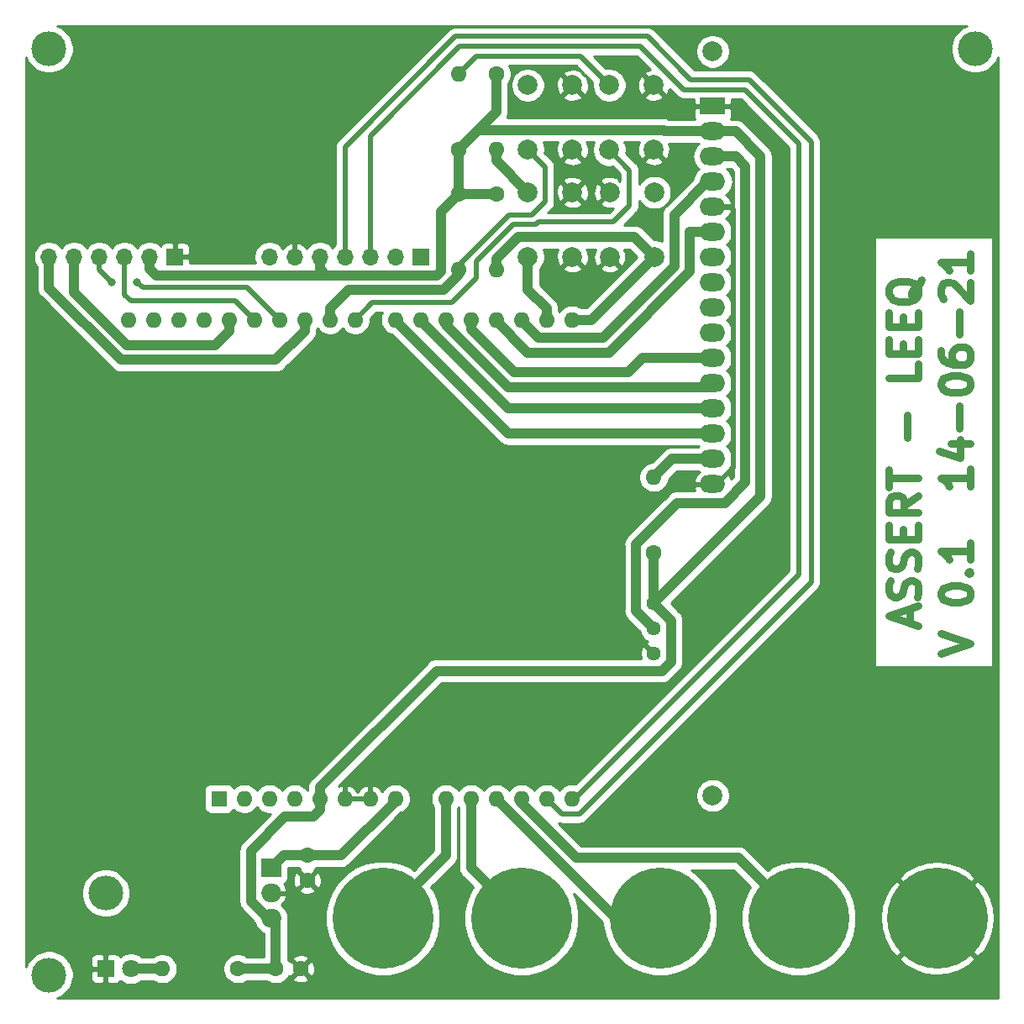
<source format=gbr>
%TF.GenerationSoftware,KiCad,Pcbnew,(5.1.9)-1*%
%TF.CreationDate,2021-06-15T00:37:41-03:00*%
%TF.ProjectId,assert,61737365-7274-42e6-9b69-6361645f7063,rev?*%
%TF.SameCoordinates,Original*%
%TF.FileFunction,Copper,L1,Top*%
%TF.FilePolarity,Positive*%
%FSLAX46Y46*%
G04 Gerber Fmt 4.6, Leading zero omitted, Abs format (unit mm)*
G04 Created by KiCad (PCBNEW (5.1.9)-1) date 2021-06-15 00:37:41*
%MOMM*%
%LPD*%
G01*
G04 APERTURE LIST*
%TA.AperFunction,NonConductor*%
%ADD10C,0.750000*%
%TD*%
%TA.AperFunction,ComponentPad*%
%ADD11C,2.000000*%
%TD*%
%TA.AperFunction,ComponentPad*%
%ADD12O,2.600000X1.800000*%
%TD*%
%TA.AperFunction,ComponentPad*%
%ADD13R,2.600000X1.800000*%
%TD*%
%TA.AperFunction,ComponentPad*%
%ADD14O,1.600000X1.600000*%
%TD*%
%TA.AperFunction,ComponentPad*%
%ADD15R,1.600000X1.600000*%
%TD*%
%TA.AperFunction,ComponentPad*%
%ADD16C,10.160000*%
%TD*%
%TA.AperFunction,ComponentPad*%
%ADD17O,1.700000X1.700000*%
%TD*%
%TA.AperFunction,ComponentPad*%
%ADD18R,1.700000X1.700000*%
%TD*%
%TA.AperFunction,ComponentPad*%
%ADD19O,2.000000X1.905000*%
%TD*%
%TA.AperFunction,ComponentPad*%
%ADD20R,2.000000X1.905000*%
%TD*%
%TA.AperFunction,WasherPad*%
%ADD21O,3.500000X3.500000*%
%TD*%
%TA.AperFunction,ComponentPad*%
%ADD22C,1.440000*%
%TD*%
%TA.AperFunction,ComponentPad*%
%ADD23C,1.600000*%
%TD*%
%TA.AperFunction,ComponentPad*%
%ADD24C,1.800000*%
%TD*%
%TA.AperFunction,ComponentPad*%
%ADD25R,1.800000X1.800000*%
%TD*%
%TA.AperFunction,ViaPad*%
%ADD26C,3.500000*%
%TD*%
%TA.AperFunction,ViaPad*%
%ADD27C,0.800000*%
%TD*%
%TA.AperFunction,Conductor*%
%ADD28C,1.000000*%
%TD*%
%TA.AperFunction,Conductor*%
%ADD29C,0.500000*%
%TD*%
%TA.AperFunction,Conductor*%
%ADD30C,0.254000*%
%TD*%
%TA.AperFunction,Conductor*%
%ADD31C,0.100000*%
%TD*%
G04 APERTURE END LIST*
D10*
X89950000Y-61029285D02*
X89950000Y-59600714D01*
X90807142Y-61315000D02*
X87807142Y-60315000D01*
X90807142Y-59315000D01*
X90664285Y-58457857D02*
X90807142Y-58029285D01*
X90807142Y-57315000D01*
X90664285Y-57029285D01*
X90521428Y-56886428D01*
X90235714Y-56743571D01*
X89950000Y-56743571D01*
X89664285Y-56886428D01*
X89521428Y-57029285D01*
X89378571Y-57315000D01*
X89235714Y-57886428D01*
X89092857Y-58172142D01*
X88950000Y-58315000D01*
X88664285Y-58457857D01*
X88378571Y-58457857D01*
X88092857Y-58315000D01*
X87950000Y-58172142D01*
X87807142Y-57886428D01*
X87807142Y-57172142D01*
X87950000Y-56743571D01*
X90664285Y-55600714D02*
X90807142Y-55172142D01*
X90807142Y-54457857D01*
X90664285Y-54172142D01*
X90521428Y-54029285D01*
X90235714Y-53886428D01*
X89950000Y-53886428D01*
X89664285Y-54029285D01*
X89521428Y-54172142D01*
X89378571Y-54457857D01*
X89235714Y-55029285D01*
X89092857Y-55315000D01*
X88950000Y-55457857D01*
X88664285Y-55600714D01*
X88378571Y-55600714D01*
X88092857Y-55457857D01*
X87950000Y-55315000D01*
X87807142Y-55029285D01*
X87807142Y-54315000D01*
X87950000Y-53886428D01*
X89235714Y-52600714D02*
X89235714Y-51600714D01*
X90807142Y-51172142D02*
X90807142Y-52600714D01*
X87807142Y-52600714D01*
X87807142Y-51172142D01*
X90807142Y-48172142D02*
X89378571Y-49172142D01*
X90807142Y-49886428D02*
X87807142Y-49886428D01*
X87807142Y-48743571D01*
X87950000Y-48457857D01*
X88092857Y-48315000D01*
X88378571Y-48172142D01*
X88807142Y-48172142D01*
X89092857Y-48315000D01*
X89235714Y-48457857D01*
X89378571Y-48743571D01*
X89378571Y-49886428D01*
X87807142Y-47315000D02*
X87807142Y-45600714D01*
X90807142Y-46457857D02*
X87807142Y-46457857D01*
X89664285Y-42315000D02*
X89664285Y-40029285D01*
X90807142Y-34886428D02*
X90807142Y-36315000D01*
X87807142Y-36315000D01*
X89235714Y-33886428D02*
X89235714Y-32886428D01*
X90807142Y-32457857D02*
X90807142Y-33886428D01*
X87807142Y-33886428D01*
X87807142Y-32457857D01*
X89235714Y-31172142D02*
X89235714Y-30172142D01*
X90807142Y-29743571D02*
X90807142Y-31172142D01*
X87807142Y-31172142D01*
X87807142Y-29743571D01*
X91092857Y-26457857D02*
X90950000Y-26743571D01*
X90664285Y-27029285D01*
X90235714Y-27457857D01*
X90092857Y-27743571D01*
X90092857Y-28029285D01*
X90807142Y-27886428D02*
X90664285Y-28172142D01*
X90378571Y-28457857D01*
X89807142Y-28600714D01*
X88807142Y-28600714D01*
X88235714Y-28457857D01*
X87950000Y-28172142D01*
X87807142Y-27886428D01*
X87807142Y-27315000D01*
X87950000Y-27029285D01*
X88235714Y-26743571D01*
X88807142Y-26600714D01*
X89807142Y-26600714D01*
X90378571Y-26743571D01*
X90664285Y-27029285D01*
X90807142Y-27315000D01*
X90807142Y-27886428D01*
X93057142Y-64100714D02*
X96057142Y-63100714D01*
X93057142Y-62100714D01*
X93057142Y-58243571D02*
X93057142Y-57957857D01*
X93200000Y-57672142D01*
X93342857Y-57529285D01*
X93628571Y-57386428D01*
X94200000Y-57243571D01*
X94914285Y-57243571D01*
X95485714Y-57386428D01*
X95771428Y-57529285D01*
X95914285Y-57672142D01*
X96057142Y-57957857D01*
X96057142Y-58243571D01*
X95914285Y-58529285D01*
X95771428Y-58672142D01*
X95485714Y-58815000D01*
X94914285Y-58957857D01*
X94200000Y-58957857D01*
X93628571Y-58815000D01*
X93342857Y-58672142D01*
X93200000Y-58529285D01*
X93057142Y-58243571D01*
X95771428Y-55957857D02*
X95914285Y-55815000D01*
X96057142Y-55957857D01*
X95914285Y-56100714D01*
X95771428Y-55957857D01*
X96057142Y-55957857D01*
X96057142Y-52957857D02*
X96057142Y-54672142D01*
X96057142Y-53815000D02*
X93057142Y-53815000D01*
X93485714Y-54100714D01*
X93771428Y-54386428D01*
X93914285Y-54672142D01*
X96057142Y-45529285D02*
X96057142Y-47243571D01*
X96057142Y-46386428D02*
X93057142Y-46386428D01*
X93485714Y-46672142D01*
X93771428Y-46957857D01*
X93914285Y-47243571D01*
X94057142Y-42957857D02*
X96057142Y-42957857D01*
X92914285Y-43672142D02*
X95057142Y-44386428D01*
X95057142Y-42529285D01*
X94914285Y-41386428D02*
X94914285Y-39100714D01*
X93057142Y-37100714D02*
X93057142Y-36815000D01*
X93200000Y-36529285D01*
X93342857Y-36386428D01*
X93628571Y-36243571D01*
X94200000Y-36100714D01*
X94914285Y-36100714D01*
X95485714Y-36243571D01*
X95771428Y-36386428D01*
X95914285Y-36529285D01*
X96057142Y-36815000D01*
X96057142Y-37100714D01*
X95914285Y-37386428D01*
X95771428Y-37529285D01*
X95485714Y-37672142D01*
X94914285Y-37815000D01*
X94200000Y-37815000D01*
X93628571Y-37672142D01*
X93342857Y-37529285D01*
X93200000Y-37386428D01*
X93057142Y-37100714D01*
X93057142Y-33529285D02*
X93057142Y-34100714D01*
X93200000Y-34386428D01*
X93342857Y-34529285D01*
X93771428Y-34815000D01*
X94342857Y-34957857D01*
X95485714Y-34957857D01*
X95771428Y-34815000D01*
X95914285Y-34672142D01*
X96057142Y-34386428D01*
X96057142Y-33815000D01*
X95914285Y-33529285D01*
X95771428Y-33386428D01*
X95485714Y-33243571D01*
X94771428Y-33243571D01*
X94485714Y-33386428D01*
X94342857Y-33529285D01*
X94200000Y-33815000D01*
X94200000Y-34386428D01*
X94342857Y-34672142D01*
X94485714Y-34815000D01*
X94771428Y-34957857D01*
X94914285Y-31957857D02*
X94914285Y-29672142D01*
X93342857Y-28386428D02*
X93200000Y-28243571D01*
X93057142Y-27957857D01*
X93057142Y-27243571D01*
X93200000Y-26957857D01*
X93342857Y-26815000D01*
X93628571Y-26672142D01*
X93914285Y-26672142D01*
X94342857Y-26815000D01*
X96057142Y-28529285D01*
X96057142Y-26672142D01*
X96057142Y-23815000D02*
X96057142Y-25529285D01*
X96057142Y-24672142D02*
X93057142Y-24672142D01*
X93485714Y-24957857D01*
X93771428Y-25243571D01*
X93914285Y-25529285D01*
D11*
%TO.P,U2,*%
%TO.N,*%
X70080000Y-78425000D03*
X70080000Y-3425900D03*
D12*
%TO.P,U2,16*%
%TO.N,GNDREF*%
X70080000Y-47025000D03*
%TO.P,U2,15*%
%TO.N,Net-(R6-Pad2)*%
X70080000Y-44485000D03*
%TO.P,U2,14*%
%TO.N,/db7*%
X70080000Y-41945000D03*
%TO.P,U2,13*%
%TO.N,/db6*%
X70080000Y-39405000D03*
%TO.P,U2,12*%
%TO.N,/db5*%
X70080000Y-36865000D03*
%TO.P,U2,11*%
%TO.N,/db4*%
X70080000Y-34325000D03*
%TO.P,U2,10*%
%TO.N,Net-(U2-Pad10)*%
X70080000Y-31785000D03*
%TO.P,U2,9*%
%TO.N,Net-(U2-Pad9)*%
X70080000Y-29245000D03*
%TO.P,U2,8*%
%TO.N,Net-(U2-Pad8)*%
X70080000Y-26705000D03*
%TO.P,U2,7*%
%TO.N,Net-(U2-Pad7)*%
X70080000Y-24165000D03*
%TO.P,U2,6*%
%TO.N,/e*%
X70080000Y-21625000D03*
%TO.P,U2,5*%
%TO.N,GNDREF*%
X70080000Y-19085000D03*
%TO.P,U2,4*%
%TO.N,/rs*%
X70080000Y-16545000D03*
%TO.P,U2,3*%
%TO.N,Net-(RV1-Pad2)*%
X70080000Y-14005000D03*
%TO.P,U2,2*%
%TO.N,/5v*%
X70080000Y-11465000D03*
D13*
%TO.P,U2,1*%
%TO.N,GNDREF*%
X70080000Y-8925000D03*
%TD*%
D14*
%TO.P,A1,16*%
%TO.N,/menos*%
X53340000Y-30480000D03*
%TO.P,A1,15*%
%TO.N,/mais*%
X55880000Y-30480000D03*
%TO.P,A1,30*%
%TO.N,Net-(A1-Pad30)*%
X16260000Y-30480000D03*
%TO.P,A1,14*%
%TO.N,/scl*%
X55880000Y-78740000D03*
%TO.P,A1,29*%
%TO.N,GNDREF*%
X18800000Y-30480000D03*
%TO.P,A1,13*%
%TO.N,/sda*%
X53340000Y-78740000D03*
%TO.P,A1,28*%
%TO.N,/sck*%
X21340000Y-30480000D03*
%TO.P,A1,12*%
%TO.N,/s4*%
X50800000Y-78740000D03*
%TO.P,A1,27*%
%TO.N,/miso*%
X23880000Y-30480000D03*
%TO.P,A1,11*%
%TO.N,/s3*%
X48260000Y-78740000D03*
%TO.P,A1,26*%
%TO.N,/mosi*%
X26420000Y-30480000D03*
%TO.P,A1,10*%
%TO.N,/s2*%
X45720000Y-78740000D03*
%TO.P,A1,25*%
%TO.N,/cs*%
X28960000Y-30480000D03*
%TO.P,A1,9*%
%TO.N,/s1*%
X43180000Y-78740000D03*
%TO.P,A1,24*%
%TO.N,/selecionar*%
X31500000Y-30480000D03*
%TO.P,A1,8*%
%TO.N,/vin*%
X38100000Y-78740000D03*
%TO.P,A1,23*%
%TO.N,/cancelar*%
X34040000Y-30480000D03*
%TO.P,A1,7*%
%TO.N,GNDREF*%
X35560000Y-78740000D03*
%TO.P,A1,22*%
%TO.N,/db7*%
X38100000Y-30480000D03*
%TO.P,A1,6*%
%TO.N,GNDREF*%
X33020000Y-78740000D03*
%TO.P,A1,21*%
%TO.N,/db6*%
X40640000Y-30480000D03*
%TO.P,A1,5*%
%TO.N,/5v*%
X30480000Y-78740000D03*
%TO.P,A1,20*%
%TO.N,/db5*%
X43180000Y-30480000D03*
%TO.P,A1,4*%
%TO.N,Net-(A1-Pad4)*%
X27940000Y-78740000D03*
%TO.P,A1,19*%
%TO.N,/db4*%
X45720000Y-30480000D03*
%TO.P,A1,3*%
%TO.N,Net-(A1-Pad3)*%
X25400000Y-78740000D03*
%TO.P,A1,18*%
%TO.N,/e*%
X48260000Y-30480000D03*
%TO.P,A1,2*%
%TO.N,Net-(A1-Pad2)*%
X22860000Y-78740000D03*
%TO.P,A1,17*%
%TO.N,/rs*%
X50800000Y-30480000D03*
D15*
%TO.P,A1,1*%
%TO.N,Net-(A1-Pad1)*%
X20320000Y-78740000D03*
D14*
%TO.P,A1,31*%
%TO.N,Net-(A1-Pad31)*%
X13720000Y-30480000D03*
%TO.P,A1,32*%
%TO.N,Net-(A1-Pad32)*%
X11180000Y-30480000D03*
%TD*%
D16*
%TO.P,J5,1*%
%TO.N,GNDREF*%
X92710000Y-90805000D03*
%TD*%
%TO.P,J4,1*%
%TO.N,/s4*%
X78740000Y-90805000D03*
%TD*%
D17*
%TO.P,J9,7*%
%TO.N,/bat*%
X25400000Y-24130000D03*
%TO.P,J9,6*%
%TO.N,GNDREF*%
X27940000Y-24130000D03*
%TO.P,J9,5*%
%TO.N,/5v*%
X30480000Y-24130000D03*
%TO.P,J9,4*%
%TO.N,/sda*%
X33020000Y-24130000D03*
%TO.P,J9,3*%
%TO.N,/scl*%
X35560000Y-24130000D03*
%TO.P,J9,2*%
%TO.N,/ds*%
X38100000Y-24130000D03*
D18*
%TO.P,J9,1*%
%TO.N,/sq*%
X40640000Y-24130000D03*
%TD*%
D19*
%TO.P,U1,3*%
%TO.N,/5v*%
X25550000Y-90805000D03*
%TO.P,U1,2*%
%TO.N,GNDREF*%
X25550000Y-88265000D03*
D20*
%TO.P,U1,1*%
%TO.N,/vin*%
X25550000Y-85725000D03*
D21*
%TO.P,U1,*%
%TO.N,*%
X8890000Y-88265000D03*
%TD*%
D11*
%TO.P,SW4,1*%
%TO.N,/cancelar*%
X59635000Y-13335000D03*
%TO.P,SW4,2*%
%TO.N,GNDREF*%
X64135000Y-13335000D03*
%TO.P,SW4,1*%
%TO.N,/cancelar*%
X59635000Y-6835000D03*
%TO.P,SW4,2*%
%TO.N,GNDREF*%
X64135000Y-6835000D03*
%TD*%
%TO.P,SW3,1*%
%TO.N,/selecionar*%
X51435000Y-13335000D03*
%TO.P,SW3,2*%
%TO.N,GNDREF*%
X55935000Y-13335000D03*
%TO.P,SW3,1*%
%TO.N,/selecionar*%
X51435000Y-6835000D03*
%TO.P,SW3,2*%
%TO.N,GNDREF*%
X55935000Y-6835000D03*
%TD*%
%TO.P,SW2,1*%
%TO.N,/menos*%
X51435000Y-24130000D03*
%TO.P,SW2,2*%
%TO.N,GNDREF*%
X55935000Y-24130000D03*
%TO.P,SW2,1*%
%TO.N,/menos*%
X51435000Y-17630000D03*
%TO.P,SW2,2*%
%TO.N,GNDREF*%
X55935000Y-17630000D03*
%TD*%
%TO.P,SW1,1*%
%TO.N,/mais*%
X64190000Y-17630000D03*
%TO.P,SW1,2*%
%TO.N,GNDREF*%
X59690000Y-17630000D03*
%TO.P,SW1,1*%
%TO.N,/mais*%
X64190000Y-24130000D03*
%TO.P,SW1,2*%
%TO.N,GNDREF*%
X59690000Y-24130000D03*
%TD*%
D22*
%TO.P,RV1,1*%
%TO.N,GNDREF*%
X64135000Y-64135000D03*
%TO.P,RV1,2*%
%TO.N,Net-(RV1-Pad2)*%
X64135000Y-61595000D03*
%TO.P,RV1,3*%
%TO.N,/5v*%
X64135000Y-59055000D03*
%TD*%
D14*
%TO.P,R6,2*%
%TO.N,Net-(R6-Pad2)*%
X64135000Y-46355000D03*
D23*
%TO.P,R6,1*%
%TO.N,/5v*%
X64135000Y-53975000D03*
%TD*%
D14*
%TO.P,R5,2*%
%TO.N,/cancelar*%
X44450000Y-5715000D03*
D23*
%TO.P,R5,1*%
%TO.N,/5v*%
X44450000Y-13335000D03*
%TD*%
D14*
%TO.P,R4,2*%
%TO.N,/selecionar*%
X44450000Y-25400000D03*
D23*
%TO.P,R4,1*%
%TO.N,/5v*%
X44450000Y-17780000D03*
%TD*%
D14*
%TO.P,R3,2*%
%TO.N,/menos*%
X48260000Y-13335000D03*
D23*
%TO.P,R3,1*%
%TO.N,/5v*%
X48260000Y-5715000D03*
%TD*%
D14*
%TO.P,R2,2*%
%TO.N,/mais*%
X48260000Y-25400000D03*
D23*
%TO.P,R2,1*%
%TO.N,/5v*%
X48260000Y-17780000D03*
%TD*%
D14*
%TO.P,R1,2*%
%TO.N,Net-(D1-Pad2)*%
X14605000Y-95885000D03*
D23*
%TO.P,R1,1*%
%TO.N,/5v*%
X22225000Y-95885000D03*
%TD*%
D17*
%TO.P,J8,6*%
%TO.N,/cs*%
X3175000Y-24130000D03*
%TO.P,J8,5*%
%TO.N,/sck*%
X5715000Y-24130000D03*
%TO.P,J8,4*%
%TO.N,/mosi*%
X8255000Y-24130000D03*
%TO.P,J8,3*%
%TO.N,/miso*%
X10795000Y-24130000D03*
%TO.P,J8,2*%
%TO.N,/5v*%
X13335000Y-24130000D03*
D18*
%TO.P,J8,1*%
%TO.N,GNDREF*%
X15875000Y-24130000D03*
%TD*%
D16*
%TO.P,J3,1*%
%TO.N,/s3*%
X64770000Y-90805000D03*
%TD*%
%TO.P,J2,1*%
%TO.N,/s2*%
X50800000Y-90805000D03*
%TD*%
%TO.P,J1,1*%
%TO.N,/s1*%
X36830000Y-90805000D03*
%TD*%
D24*
%TO.P,D1,2*%
%TO.N,Net-(D1-Pad2)*%
X11430000Y-95885000D03*
D25*
%TO.P,D1,1*%
%TO.N,GNDREF*%
X8890000Y-95885000D03*
%TD*%
D23*
%TO.P,C2,2*%
%TO.N,GNDREF*%
X28535000Y-95885000D03*
%TO.P,C2,1*%
%TO.N,/5v*%
X26035000Y-95885000D03*
%TD*%
%TO.P,C1,2*%
%TO.N,GNDREF*%
X29210000Y-86955000D03*
%TO.P,C1,1*%
%TO.N,/vin*%
X29210000Y-84455000D03*
%TD*%
D26*
%TO.N,*%
X3175000Y-3175000D03*
X96520000Y-3175000D03*
X3175000Y-96520000D03*
D27*
%TO.N,/mosi*%
X9525000Y-26670000D03*
X12065000Y-26670000D03*
%TD*%
D28*
%TO.N,/menos*%
X53340000Y-29348630D02*
X53340000Y-30480000D01*
X51435000Y-24130000D02*
X51435000Y-27443630D01*
X51435000Y-27443630D02*
X53340000Y-29348630D01*
X48260000Y-14455000D02*
X51435000Y-17630000D01*
X48260000Y-13335000D02*
X48260000Y-14455000D01*
%TO.N,/mais*%
X57840000Y-30480000D02*
X55880000Y-30480000D01*
X64190000Y-24130000D02*
X57840000Y-30480000D01*
X62189999Y-22129999D02*
X64190000Y-24130000D01*
X50476335Y-22129999D02*
X62189999Y-22129999D01*
X48260000Y-25400000D02*
X48260000Y-24346334D01*
X48260000Y-24346334D02*
X50476335Y-22129999D01*
D29*
%TO.N,/scl*%
X56115653Y-78740000D02*
X55880000Y-78740000D01*
X78740000Y-56115653D02*
X56115653Y-78740000D01*
X73314999Y-7274999D02*
X78740000Y-12700000D01*
X62795013Y-2905011D02*
X67165001Y-7274999D01*
X67165001Y-7274999D02*
X73314999Y-7274999D01*
X78740000Y-12700000D02*
X78740000Y-56115653D01*
X44575760Y-2905011D02*
X62795013Y-2905011D01*
X35560000Y-11920771D02*
X44575760Y-2905011D01*
X35560000Y-24130000D02*
X35560000Y-11920771D01*
%TO.N,GNDREF*%
X71880000Y-19085000D02*
X70080000Y-19085000D01*
X72130010Y-19335010D02*
X71880000Y-19085000D01*
X72130010Y-45374990D02*
X72130010Y-19335010D01*
X70480000Y-47025000D02*
X72130010Y-45374990D01*
X70080000Y-47025000D02*
X70480000Y-47025000D01*
%TO.N,/sda*%
X44161542Y-1905000D02*
X63500000Y-1905000D01*
X63500000Y-1905000D02*
X67869988Y-6274988D01*
X67869988Y-6274988D02*
X73729217Y-6274988D01*
X56624001Y-80290001D02*
X54890001Y-80290001D01*
X73729217Y-6274988D02*
X80010000Y-12555771D01*
X80010000Y-12555771D02*
X80010000Y-56904002D01*
X80010000Y-56904002D02*
X56624001Y-80290001D01*
X54890001Y-80290001D02*
X53340000Y-78740000D01*
X33020000Y-13046542D02*
X44161542Y-1905000D01*
X33020000Y-24130000D02*
X33020000Y-13046542D01*
D28*
%TO.N,/sck*%
X21340000Y-31611370D02*
X21340000Y-30480000D01*
X19931370Y-33020000D02*
X21340000Y-31611370D01*
X5715000Y-27679002D02*
X11055998Y-33020000D01*
X5715000Y-24130000D02*
X5715000Y-27679002D01*
X11055998Y-33020000D02*
X19931370Y-33020000D01*
%TO.N,/s4*%
X50800000Y-78740000D02*
X50800000Y-79197518D01*
X50800000Y-79197518D02*
X56327481Y-84724999D01*
X56327481Y-84724999D02*
X72659999Y-84724999D01*
X72659999Y-84724999D02*
X78740000Y-90805000D01*
D29*
%TO.N,/miso*%
X21975000Y-28575000D02*
X23880000Y-30480000D01*
X11430000Y-28575000D02*
X21975000Y-28575000D01*
X10795000Y-27940000D02*
X11430000Y-28575000D01*
X10795000Y-24130000D02*
X10795000Y-27940000D01*
D28*
%TO.N,/s3*%
X48260000Y-78778852D02*
X48260000Y-78740000D01*
X60286148Y-90805000D02*
X48260000Y-78778852D01*
X64770000Y-90805000D02*
X60286148Y-90805000D01*
D29*
%TO.N,/mosi*%
X8255000Y-25400000D02*
X9525000Y-26670000D01*
X8255000Y-24130000D02*
X8255000Y-25400000D01*
X23170012Y-27230012D02*
X26420000Y-30480000D01*
X12625012Y-27230012D02*
X23170012Y-27230012D01*
X12065000Y-26670000D02*
X12625012Y-27230012D01*
D28*
%TO.N,/s2*%
X45720000Y-85725000D02*
X45720000Y-78740000D01*
X50800000Y-90805000D02*
X45720000Y-85725000D01*
%TO.N,/cs*%
X3175000Y-24130000D02*
X3175000Y-27260337D01*
X10434674Y-34520011D02*
X26051359Y-34520011D01*
X3175000Y-27260337D02*
X10434674Y-34520011D01*
X28960000Y-31611370D02*
X28960000Y-30480000D01*
X26051359Y-34520011D02*
X28960000Y-31611370D01*
%TO.N,/s1*%
X43180000Y-84455000D02*
X43180000Y-78740000D01*
X36830000Y-90805000D02*
X43180000Y-84455000D01*
D29*
%TO.N,/selecionar*%
X53185001Y-15085001D02*
X53185001Y-18569999D01*
X51435000Y-13335000D02*
X53185001Y-15085001D01*
X44450000Y-24972989D02*
X44450000Y-25400000D01*
X49543010Y-19879979D02*
X44450000Y-24972989D01*
X51875022Y-19879978D02*
X49543010Y-19879979D01*
X53185001Y-18569999D02*
X51875022Y-19879978D01*
D28*
X42911325Y-27480012D02*
X33368618Y-27480012D01*
X44450000Y-25941337D02*
X42911325Y-27480012D01*
X31500000Y-29348630D02*
X31500000Y-30480000D01*
X33368618Y-27480012D02*
X31500000Y-29348630D01*
X44450000Y-25400000D02*
X44450000Y-25941337D01*
%TO.N,/vin*%
X26820000Y-84455000D02*
X29210000Y-84455000D01*
X25550000Y-85725000D02*
X26820000Y-84455000D01*
X38100000Y-78988185D02*
X38100000Y-78740000D01*
X32633185Y-84455000D02*
X38100000Y-78988185D01*
X29210000Y-84455000D02*
X32633185Y-84455000D01*
D29*
%TO.N,/cancelar*%
X61690001Y-15390001D02*
X61690001Y-18954999D01*
X60015012Y-20629988D02*
X52539241Y-20629988D01*
X52539241Y-20629988D02*
X52289239Y-20879988D01*
X61690001Y-18954999D02*
X60015012Y-20629988D01*
X59635000Y-13335000D02*
X61690001Y-15390001D01*
X49957228Y-20879989D02*
X46250001Y-24587216D01*
X43783979Y-28730023D02*
X35789977Y-28730023D01*
X35789977Y-28730023D02*
X34040000Y-30480000D01*
X46250001Y-24587216D02*
X46250001Y-26264001D01*
X52289239Y-20879988D02*
X49957228Y-20879989D01*
X46250001Y-26264001D02*
X43783979Y-28730023D01*
X46259978Y-3905022D02*
X56705022Y-3905022D01*
X44450000Y-5715000D02*
X46259978Y-3905022D01*
X56705022Y-3905022D02*
X59635000Y-6835000D01*
D28*
%TO.N,/db7*%
X38100000Y-30604002D02*
X38100000Y-30480000D01*
X49440998Y-41945000D02*
X38100000Y-30604002D01*
X70080000Y-41945000D02*
X49440998Y-41945000D01*
%TO.N,/db6*%
X49440998Y-39405000D02*
X40640000Y-30604002D01*
X40640000Y-30604002D02*
X40640000Y-30480000D01*
X70080000Y-39405000D02*
X49440998Y-39405000D01*
%TO.N,/db5*%
X70080000Y-36865000D02*
X69654980Y-37290020D01*
X49447352Y-37290020D02*
X43180000Y-31022668D01*
X43180000Y-31022668D02*
X43180000Y-30480000D01*
X69654980Y-37290020D02*
X49447352Y-37290020D01*
%TO.N,/db4*%
X45720000Y-31441334D02*
X45720000Y-30480000D01*
X63046334Y-34325000D02*
X61581325Y-35790009D01*
X50068675Y-35790009D02*
X45720000Y-31441334D01*
X70080000Y-34325000D02*
X63046334Y-34325000D01*
X61581325Y-35790009D02*
X50068675Y-35790009D01*
%TO.N,/rs*%
X50800000Y-30604002D02*
X50800000Y-30480000D01*
X52475999Y-32280001D02*
X50800000Y-30604002D01*
X59000001Y-32280001D02*
X52475999Y-32280001D01*
X70080000Y-16545000D02*
X69532981Y-16545000D01*
X66190001Y-25090001D02*
X59000001Y-32280001D01*
X69532981Y-16545000D02*
X66190001Y-19887980D01*
X66190001Y-19887980D02*
X66190001Y-25090001D01*
%TO.N,/e*%
X67780000Y-21625000D02*
X67780000Y-25621337D01*
X70080000Y-21625000D02*
X67780000Y-21625000D01*
X67780000Y-25621337D02*
X59621325Y-33780012D01*
X59621325Y-33780012D02*
X51436010Y-33780012D01*
X51436010Y-33780012D02*
X48260000Y-30604002D01*
X48260000Y-30604002D02*
X48260000Y-30480000D01*
%TO.N,/5v*%
X22225000Y-95885000D02*
X26035000Y-95885000D01*
D29*
X26035000Y-91290000D02*
X25550000Y-90805000D01*
D28*
X26035000Y-95885000D02*
X26035000Y-91290000D01*
X30480000Y-79871370D02*
X30480000Y-78740000D01*
X25550000Y-90805000D02*
X25281234Y-90805000D01*
X25281234Y-90805000D02*
X23549999Y-89073765D01*
X29811369Y-80540001D02*
X30480000Y-79871370D01*
X23549999Y-89073765D02*
X23549999Y-83972499D01*
X23549999Y-83972499D02*
X26982497Y-80540001D01*
X26982497Y-80540001D02*
X29811369Y-80540001D01*
X48260000Y-9525000D02*
X44450000Y-13335000D01*
X48260000Y-5715000D02*
X48260000Y-9525000D01*
X44450000Y-13335000D02*
X44450000Y-17780000D01*
X44450000Y-17780000D02*
X48260000Y-17780000D01*
X46450001Y-11334999D02*
X44450000Y-13335000D01*
X70080000Y-11465000D02*
X65225002Y-11465000D01*
X65225002Y-11465000D02*
X65095001Y-11334999D01*
X65095001Y-11334999D02*
X46450001Y-11334999D01*
X64135000Y-59055000D02*
X64135000Y-53975000D01*
X65855001Y-60775001D02*
X64135000Y-59055000D01*
X65855001Y-64960601D02*
X65855001Y-60775001D01*
X64960601Y-65855001D02*
X65855001Y-64960601D01*
X42233629Y-65855001D02*
X64960601Y-65855001D01*
X30480000Y-77608630D02*
X42233629Y-65855001D01*
X30480000Y-78740000D02*
X30480000Y-77608630D01*
X72380000Y-11465000D02*
X70080000Y-11465000D01*
X74880029Y-48309971D02*
X74880029Y-13965029D01*
X74880029Y-13965029D02*
X72380000Y-11465000D01*
X64135000Y-59055000D02*
X74880029Y-48309971D01*
X42649999Y-19580001D02*
X44450000Y-17780000D01*
X30480000Y-25332081D02*
X31127920Y-25980001D01*
X42290001Y-25980001D02*
X42649999Y-25620003D01*
X42649999Y-25620003D02*
X42649999Y-19580001D01*
X30480000Y-25332081D02*
X30480000Y-24130000D01*
X13982920Y-25980001D02*
X31949001Y-25980001D01*
X13335000Y-25332081D02*
X13982920Y-25980001D01*
X13335000Y-24130000D02*
X13335000Y-25332081D01*
X31949001Y-25980001D02*
X42290001Y-25980001D01*
X31127920Y-25980001D02*
X31949001Y-25980001D01*
%TO.N,Net-(D1-Pad2)*%
X11430000Y-95885000D02*
X14605000Y-95885000D01*
%TO.N,Net-(R6-Pad2)*%
X66005000Y-44485000D02*
X64135000Y-46355000D01*
X70080000Y-44485000D02*
X66005000Y-44485000D01*
%TO.N,Net-(RV1-Pad2)*%
X72380000Y-14005000D02*
X70080000Y-14005000D01*
X64135000Y-61595000D02*
X62334999Y-59794999D01*
X62334999Y-53110999D02*
X66520988Y-48925010D01*
X73380020Y-15005020D02*
X72380000Y-14005000D01*
X73380020Y-46811999D02*
X73380020Y-15005020D01*
X71267009Y-48925010D02*
X73380020Y-46811999D01*
X66520988Y-48925010D02*
X71267009Y-48925010D01*
X62334999Y-59794999D02*
X62334999Y-53110999D01*
%TD*%
D30*
%TO.N,GNDREF*%
X95346701Y-979911D02*
X94941005Y-1250989D01*
X94595989Y-1596005D01*
X94324911Y-2001701D01*
X94138190Y-2452486D01*
X94043000Y-2931037D01*
X94043000Y-3418963D01*
X94138190Y-3897514D01*
X94324911Y-4348299D01*
X94595989Y-4753995D01*
X94941005Y-5099011D01*
X95346701Y-5370089D01*
X95797486Y-5556810D01*
X96276037Y-5652000D01*
X96763963Y-5652000D01*
X97242514Y-5556810D01*
X97693299Y-5370089D01*
X98098995Y-5099011D01*
X98444011Y-4753995D01*
X98715089Y-4348299D01*
X98868000Y-3979139D01*
X98868001Y-98868000D01*
X3979139Y-98868000D01*
X4348299Y-98715089D01*
X4753995Y-98444011D01*
X5099011Y-98098995D01*
X5370089Y-97693299D01*
X5556810Y-97242514D01*
X5647815Y-96785000D01*
X7351928Y-96785000D01*
X7364188Y-96909482D01*
X7400498Y-97029180D01*
X7459463Y-97139494D01*
X7538815Y-97236185D01*
X7635506Y-97315537D01*
X7745820Y-97374502D01*
X7865518Y-97410812D01*
X7990000Y-97423072D01*
X8604250Y-97420000D01*
X8763000Y-97261250D01*
X8763000Y-96012000D01*
X7513750Y-96012000D01*
X7355000Y-96170750D01*
X7351928Y-96785000D01*
X5647815Y-96785000D01*
X5652000Y-96763963D01*
X5652000Y-96276037D01*
X5556810Y-95797486D01*
X5370089Y-95346701D01*
X5128408Y-94985000D01*
X7351928Y-94985000D01*
X7355000Y-95599250D01*
X7513750Y-95758000D01*
X8763000Y-95758000D01*
X8763000Y-94508750D01*
X9017000Y-94508750D01*
X9017000Y-95758000D01*
X9037000Y-95758000D01*
X9037000Y-96012000D01*
X9017000Y-96012000D01*
X9017000Y-97261250D01*
X9175750Y-97420000D01*
X9790000Y-97423072D01*
X9914482Y-97410812D01*
X10034180Y-97374502D01*
X10144494Y-97315537D01*
X10241185Y-97236185D01*
X10320537Y-97139494D01*
X10342493Y-97098418D01*
X10392848Y-97148773D01*
X10659327Y-97326828D01*
X10955422Y-97449475D01*
X11269755Y-97512000D01*
X11590245Y-97512000D01*
X11904578Y-97449475D01*
X12200673Y-97326828D01*
X12467152Y-97148773D01*
X12503925Y-97112000D01*
X13692807Y-97112000D01*
X13881694Y-97238210D01*
X14159590Y-97353319D01*
X14454604Y-97412000D01*
X14755396Y-97412000D01*
X15050410Y-97353319D01*
X15328306Y-97238210D01*
X15578406Y-97071099D01*
X15791099Y-96858406D01*
X15958210Y-96608306D01*
X16073319Y-96330410D01*
X16132000Y-96035396D01*
X16132000Y-95734604D01*
X16073319Y-95439590D01*
X15958210Y-95161694D01*
X15791099Y-94911594D01*
X15578406Y-94698901D01*
X15328306Y-94531790D01*
X15050410Y-94416681D01*
X14755396Y-94358000D01*
X14454604Y-94358000D01*
X14159590Y-94416681D01*
X13881694Y-94531790D01*
X13692807Y-94658000D01*
X12503925Y-94658000D01*
X12467152Y-94621227D01*
X12200673Y-94443172D01*
X11904578Y-94320525D01*
X11590245Y-94258000D01*
X11269755Y-94258000D01*
X10955422Y-94320525D01*
X10659327Y-94443172D01*
X10392848Y-94621227D01*
X10342493Y-94671582D01*
X10320537Y-94630506D01*
X10241185Y-94533815D01*
X10144494Y-94454463D01*
X10034180Y-94395498D01*
X9914482Y-94359188D01*
X9790000Y-94346928D01*
X9175750Y-94350000D01*
X9017000Y-94508750D01*
X8763000Y-94508750D01*
X8604250Y-94350000D01*
X7990000Y-94346928D01*
X7865518Y-94359188D01*
X7745820Y-94395498D01*
X7635506Y-94454463D01*
X7538815Y-94533815D01*
X7459463Y-94630506D01*
X7400498Y-94740820D01*
X7364188Y-94860518D01*
X7351928Y-94985000D01*
X5128408Y-94985000D01*
X5099011Y-94941005D01*
X4753995Y-94595989D01*
X4348299Y-94324911D01*
X3897514Y-94138190D01*
X3418963Y-94043000D01*
X2931037Y-94043000D01*
X2452486Y-94138190D01*
X2001701Y-94324911D01*
X1596005Y-94595989D01*
X1250989Y-94941005D01*
X979911Y-95346701D01*
X827000Y-95715861D01*
X827000Y-88021037D01*
X6413000Y-88021037D01*
X6413000Y-88508963D01*
X6508190Y-88987514D01*
X6694911Y-89438299D01*
X6965989Y-89843995D01*
X7311005Y-90189011D01*
X7716701Y-90460089D01*
X8167486Y-90646810D01*
X8646037Y-90742000D01*
X9133963Y-90742000D01*
X9612514Y-90646810D01*
X10063299Y-90460089D01*
X10468995Y-90189011D01*
X10814011Y-89843995D01*
X11085089Y-89438299D01*
X11271810Y-88987514D01*
X11367000Y-88508963D01*
X11367000Y-88021037D01*
X11271810Y-87542486D01*
X11085089Y-87091701D01*
X10814011Y-86686005D01*
X10468995Y-86340989D01*
X10063299Y-86069911D01*
X9612514Y-85883190D01*
X9133963Y-85788000D01*
X8646037Y-85788000D01*
X8167486Y-85883190D01*
X7716701Y-86069911D01*
X7311005Y-86340989D01*
X6965989Y-86686005D01*
X6694911Y-87091701D01*
X6508190Y-87542486D01*
X6413000Y-88021037D01*
X827000Y-88021037D01*
X827000Y-23974679D01*
X1598000Y-23974679D01*
X1598000Y-24285321D01*
X1658604Y-24589994D01*
X1777481Y-24876989D01*
X1948000Y-25132190D01*
X1948001Y-27200067D01*
X1942065Y-27260337D01*
X1965755Y-27500870D01*
X2019791Y-27679002D01*
X2035917Y-27732161D01*
X2149852Y-27945320D01*
X2303184Y-28132154D01*
X2349996Y-28170572D01*
X9524439Y-35345016D01*
X9562857Y-35391828D01*
X9749691Y-35545160D01*
X9962850Y-35659095D01*
X10194140Y-35729256D01*
X10374406Y-35747011D01*
X10374413Y-35747011D01*
X10434673Y-35752946D01*
X10494933Y-35747011D01*
X25991099Y-35747011D01*
X26051359Y-35752946D01*
X26111619Y-35747011D01*
X26111627Y-35747011D01*
X26291893Y-35729256D01*
X26523183Y-35659095D01*
X26736342Y-35545160D01*
X26923176Y-35391828D01*
X26961598Y-35345011D01*
X29785006Y-32521604D01*
X29831817Y-32483187D01*
X29985149Y-32296353D01*
X30099084Y-32083194D01*
X30099084Y-32083193D01*
X30169246Y-31851904D01*
X30182932Y-31712936D01*
X30187000Y-31671638D01*
X30187000Y-31671633D01*
X30192935Y-31611370D01*
X30187000Y-31551107D01*
X30187000Y-31392193D01*
X30230000Y-31327839D01*
X30313901Y-31453406D01*
X30526594Y-31666099D01*
X30776694Y-31833210D01*
X31054590Y-31948319D01*
X31349604Y-32007000D01*
X31650396Y-32007000D01*
X31945410Y-31948319D01*
X32223306Y-31833210D01*
X32473406Y-31666099D01*
X32686099Y-31453406D01*
X32770000Y-31327839D01*
X32853901Y-31453406D01*
X33066594Y-31666099D01*
X33316694Y-31833210D01*
X33594590Y-31948319D01*
X33889604Y-32007000D01*
X34190396Y-32007000D01*
X34485410Y-31948319D01*
X34763306Y-31833210D01*
X35013406Y-31666099D01*
X35226099Y-31453406D01*
X35393210Y-31203306D01*
X35508319Y-30925410D01*
X35567000Y-30630396D01*
X35567000Y-30334686D01*
X36194664Y-29707023D01*
X36779979Y-29707023D01*
X36746790Y-29756694D01*
X36631681Y-30034590D01*
X36573000Y-30329604D01*
X36573000Y-30630396D01*
X36631681Y-30925410D01*
X36746790Y-31203306D01*
X36913901Y-31453406D01*
X37126594Y-31666099D01*
X37376694Y-31833210D01*
X37654590Y-31948319D01*
X37722607Y-31961848D01*
X48530763Y-42770005D01*
X48569181Y-42816817D01*
X48756015Y-42970149D01*
X48969174Y-43084084D01*
X49200464Y-43154245D01*
X49380730Y-43172000D01*
X49380737Y-43172000D01*
X49440997Y-43177935D01*
X49501257Y-43172000D01*
X68610450Y-43172000D01*
X68662845Y-43215000D01*
X68610450Y-43258000D01*
X66065259Y-43258000D01*
X66004999Y-43252065D01*
X65944739Y-43258000D01*
X65944732Y-43258000D01*
X65764466Y-43275755D01*
X65533176Y-43345916D01*
X65320017Y-43459851D01*
X65133183Y-43613183D01*
X65094765Y-43659995D01*
X63912398Y-44842362D01*
X63689590Y-44886681D01*
X63411694Y-45001790D01*
X63161594Y-45168901D01*
X62948901Y-45381594D01*
X62781790Y-45631694D01*
X62666681Y-45909590D01*
X62608000Y-46204604D01*
X62608000Y-46505396D01*
X62666681Y-46800410D01*
X62781790Y-47078306D01*
X62948901Y-47328406D01*
X63161594Y-47541099D01*
X63411694Y-47708210D01*
X63689590Y-47823319D01*
X63984604Y-47882000D01*
X64285396Y-47882000D01*
X64580410Y-47823319D01*
X64858306Y-47708210D01*
X65108406Y-47541099D01*
X65321099Y-47328406D01*
X65488210Y-47078306D01*
X65603319Y-46800410D01*
X65647638Y-46577602D01*
X66513240Y-45712000D01*
X68610450Y-45712000D01*
X68732535Y-45812193D01*
X68721604Y-45819252D01*
X68504790Y-46029394D01*
X68333138Y-46277796D01*
X68213245Y-46554913D01*
X68188964Y-46660260D01*
X68309622Y-46898000D01*
X69953000Y-46898000D01*
X69953000Y-46878000D01*
X70207000Y-46878000D01*
X70207000Y-46898000D01*
X70227000Y-46898000D01*
X70227000Y-47152000D01*
X70207000Y-47152000D01*
X70207000Y-47172000D01*
X69953000Y-47172000D01*
X69953000Y-47152000D01*
X68309622Y-47152000D01*
X68188964Y-47389740D01*
X68213245Y-47495087D01*
X68301038Y-47698010D01*
X66581247Y-47698010D01*
X66520987Y-47692075D01*
X66460727Y-47698010D01*
X66460720Y-47698010D01*
X66280454Y-47715765D01*
X66049164Y-47785926D01*
X65836005Y-47899861D01*
X65649171Y-48053193D01*
X65610753Y-48100005D01*
X61509995Y-52200764D01*
X61463183Y-52239182D01*
X61309851Y-52426016D01*
X61266735Y-52506681D01*
X61195916Y-52639175D01*
X61125754Y-52870466D01*
X61102064Y-53110999D01*
X61108000Y-53171269D01*
X61107999Y-59734739D01*
X61102064Y-59794999D01*
X61107999Y-59855259D01*
X61107999Y-59855266D01*
X61125754Y-60035532D01*
X61195915Y-60266822D01*
X61309850Y-60479981D01*
X61463182Y-60666816D01*
X61509999Y-60705238D01*
X62724184Y-61919424D01*
X62743608Y-62017074D01*
X62852686Y-62280411D01*
X63011042Y-62517408D01*
X63212592Y-62718958D01*
X63449589Y-62877314D01*
X63535694Y-62912980D01*
X63440932Y-62963632D01*
X63379045Y-63199440D01*
X64135000Y-63955395D01*
X64149143Y-63941253D01*
X64328748Y-64120858D01*
X64314605Y-64135000D01*
X64328748Y-64149143D01*
X64149143Y-64328748D01*
X64135000Y-64314605D01*
X64120858Y-64328748D01*
X63941253Y-64149143D01*
X63955395Y-64135000D01*
X63199440Y-63379045D01*
X62963632Y-63440932D01*
X62850734Y-63682790D01*
X62787189Y-63942027D01*
X62775439Y-64208680D01*
X62815937Y-64472501D01*
X62872463Y-64628001D01*
X42293892Y-64628001D01*
X42233629Y-64622066D01*
X42173366Y-64628001D01*
X42173361Y-64628001D01*
X42113575Y-64633890D01*
X41993095Y-64645755D01*
X41761805Y-64715917D01*
X41548646Y-64829852D01*
X41361812Y-64983184D01*
X41323394Y-65029996D01*
X29654996Y-76698395D01*
X29608184Y-76736813D01*
X29454852Y-76923647D01*
X29340916Y-77136806D01*
X29270755Y-77368096D01*
X29253000Y-77548362D01*
X29253000Y-77548370D01*
X29247065Y-77608630D01*
X29253000Y-77668890D01*
X29253000Y-77827807D01*
X29210000Y-77892161D01*
X29126099Y-77766594D01*
X28913406Y-77553901D01*
X28663306Y-77386790D01*
X28385410Y-77271681D01*
X28090396Y-77213000D01*
X27789604Y-77213000D01*
X27494590Y-77271681D01*
X27216694Y-77386790D01*
X26966594Y-77553901D01*
X26753901Y-77766594D01*
X26670000Y-77892161D01*
X26586099Y-77766594D01*
X26373406Y-77553901D01*
X26123306Y-77386790D01*
X25845410Y-77271681D01*
X25550396Y-77213000D01*
X25249604Y-77213000D01*
X24954590Y-77271681D01*
X24676694Y-77386790D01*
X24426594Y-77553901D01*
X24213901Y-77766594D01*
X24130000Y-77892161D01*
X24046099Y-77766594D01*
X23833406Y-77553901D01*
X23583306Y-77386790D01*
X23305410Y-77271681D01*
X23010396Y-77213000D01*
X22709604Y-77213000D01*
X22414590Y-77271681D01*
X22136694Y-77386790D01*
X21886594Y-77553901D01*
X21789735Y-77650760D01*
X21727403Y-77534147D01*
X21636554Y-77423446D01*
X21525853Y-77332597D01*
X21399557Y-77265090D01*
X21262517Y-77223520D01*
X21120000Y-77209483D01*
X19520000Y-77209483D01*
X19377483Y-77223520D01*
X19240443Y-77265090D01*
X19114147Y-77332597D01*
X19003446Y-77423446D01*
X18912597Y-77534147D01*
X18845090Y-77660443D01*
X18803520Y-77797483D01*
X18789483Y-77940000D01*
X18789483Y-79540000D01*
X18803520Y-79682517D01*
X18845090Y-79819557D01*
X18912597Y-79945853D01*
X19003446Y-80056554D01*
X19114147Y-80147403D01*
X19240443Y-80214910D01*
X19377483Y-80256480D01*
X19520000Y-80270517D01*
X21120000Y-80270517D01*
X21262517Y-80256480D01*
X21399557Y-80214910D01*
X21525853Y-80147403D01*
X21636554Y-80056554D01*
X21727403Y-79945853D01*
X21789735Y-79829240D01*
X21886594Y-79926099D01*
X22136694Y-80093210D01*
X22414590Y-80208319D01*
X22709604Y-80267000D01*
X23010396Y-80267000D01*
X23305410Y-80208319D01*
X23583306Y-80093210D01*
X23833406Y-79926099D01*
X24046099Y-79713406D01*
X24130000Y-79587839D01*
X24213901Y-79713406D01*
X24426594Y-79926099D01*
X24676694Y-80093210D01*
X24954590Y-80208319D01*
X25249604Y-80267000D01*
X25520258Y-80267000D01*
X22724995Y-83062264D01*
X22678183Y-83100682D01*
X22524851Y-83287516D01*
X22421115Y-83481594D01*
X22410916Y-83500675D01*
X22340754Y-83731966D01*
X22317064Y-83972499D01*
X22323000Y-84032769D01*
X22322999Y-89013505D01*
X22317064Y-89073765D01*
X22322999Y-89134025D01*
X22322999Y-89134032D01*
X22340754Y-89314298D01*
X22410915Y-89545588D01*
X22524850Y-89758747D01*
X22678182Y-89945582D01*
X22724999Y-89984004D01*
X23844249Y-91103255D01*
X23847301Y-91134239D01*
X23943337Y-91450827D01*
X24099290Y-91742595D01*
X24309168Y-91998332D01*
X24564905Y-92208210D01*
X24808001Y-92338147D01*
X24808000Y-94658000D01*
X23137193Y-94658000D01*
X22948306Y-94531790D01*
X22670410Y-94416681D01*
X22375396Y-94358000D01*
X22074604Y-94358000D01*
X21779590Y-94416681D01*
X21501694Y-94531790D01*
X21251594Y-94698901D01*
X21038901Y-94911594D01*
X20871790Y-95161694D01*
X20756681Y-95439590D01*
X20698000Y-95734604D01*
X20698000Y-96035396D01*
X20756681Y-96330410D01*
X20871790Y-96608306D01*
X21038901Y-96858406D01*
X21251594Y-97071099D01*
X21501694Y-97238210D01*
X21779590Y-97353319D01*
X22074604Y-97412000D01*
X22375396Y-97412000D01*
X22670410Y-97353319D01*
X22948306Y-97238210D01*
X23137193Y-97112000D01*
X25122807Y-97112000D01*
X25311694Y-97238210D01*
X25589590Y-97353319D01*
X25884604Y-97412000D01*
X26185396Y-97412000D01*
X26480410Y-97353319D01*
X26758306Y-97238210D01*
X27008406Y-97071099D01*
X27201803Y-96877702D01*
X27721903Y-96877702D01*
X27793486Y-97121671D01*
X28048996Y-97242571D01*
X28323184Y-97311300D01*
X28605512Y-97325217D01*
X28885130Y-97283787D01*
X29151292Y-97188603D01*
X29276514Y-97121671D01*
X29348097Y-96877702D01*
X28535000Y-96064605D01*
X27721903Y-96877702D01*
X27201803Y-96877702D01*
X27221099Y-96858406D01*
X27363305Y-96645579D01*
X27542298Y-96698097D01*
X28355395Y-95885000D01*
X28714605Y-95885000D01*
X29527702Y-96698097D01*
X29771671Y-96626514D01*
X29892571Y-96371004D01*
X29961300Y-96096816D01*
X29975217Y-95814488D01*
X29933787Y-95534870D01*
X29838603Y-95268708D01*
X29771671Y-95143486D01*
X29527702Y-95071903D01*
X28714605Y-95885000D01*
X28355395Y-95885000D01*
X27542298Y-95071903D01*
X27363305Y-95124421D01*
X27262000Y-94972807D01*
X27262000Y-94892298D01*
X27721903Y-94892298D01*
X28535000Y-95705395D01*
X29348097Y-94892298D01*
X29276514Y-94648329D01*
X29021004Y-94527429D01*
X28746816Y-94458700D01*
X28464488Y-94444783D01*
X28184870Y-94486213D01*
X27918708Y-94581397D01*
X27793486Y-94648329D01*
X27721903Y-94892298D01*
X27262000Y-94892298D01*
X27262000Y-91229732D01*
X27252620Y-91134499D01*
X27252699Y-91134239D01*
X27285126Y-90805000D01*
X27252699Y-90475761D01*
X27156663Y-90159173D01*
X27000710Y-89867405D01*
X26790832Y-89611668D01*
X26617809Y-89469672D01*
X26731315Y-89374437D01*
X26925969Y-89131923D01*
X27069571Y-88856094D01*
X27140563Y-88637980D01*
X27020594Y-88392000D01*
X25677000Y-88392000D01*
X25677000Y-88412000D01*
X25423000Y-88412000D01*
X25423000Y-88392000D01*
X25403000Y-88392000D01*
X25403000Y-88138000D01*
X25423000Y-88138000D01*
X25423000Y-88118000D01*
X25677000Y-88118000D01*
X25677000Y-88138000D01*
X27020594Y-88138000D01*
X27113405Y-87947702D01*
X28396903Y-87947702D01*
X28468486Y-88191671D01*
X28723996Y-88312571D01*
X28998184Y-88381300D01*
X29280512Y-88395217D01*
X29560130Y-88353787D01*
X29826292Y-88258603D01*
X29951514Y-88191671D01*
X30023097Y-87947702D01*
X29210000Y-87134605D01*
X28396903Y-87947702D01*
X27113405Y-87947702D01*
X27140563Y-87892020D01*
X27069571Y-87673906D01*
X26925969Y-87398077D01*
X26871374Y-87330058D01*
X26955853Y-87284903D01*
X27066554Y-87194054D01*
X27157403Y-87083353D01*
X27188319Y-87025512D01*
X27769783Y-87025512D01*
X27811213Y-87305130D01*
X27906397Y-87571292D01*
X27973329Y-87696514D01*
X28217298Y-87768097D01*
X29030395Y-86955000D01*
X29389605Y-86955000D01*
X30202702Y-87768097D01*
X30446671Y-87696514D01*
X30567571Y-87441004D01*
X30636300Y-87166816D01*
X30650217Y-86884488D01*
X30608787Y-86604870D01*
X30513603Y-86338708D01*
X30446671Y-86213486D01*
X30202702Y-86141903D01*
X29389605Y-86955000D01*
X29030395Y-86955000D01*
X28217298Y-86141903D01*
X27973329Y-86213486D01*
X27852429Y-86468996D01*
X27783700Y-86743184D01*
X27769783Y-87025512D01*
X27188319Y-87025512D01*
X27224910Y-86957057D01*
X27266480Y-86820017D01*
X27280517Y-86677500D01*
X27280517Y-85729723D01*
X27328240Y-85682000D01*
X28297807Y-85682000D01*
X28449421Y-85783305D01*
X28396903Y-85962298D01*
X29210000Y-86775395D01*
X30023097Y-85962298D01*
X29970579Y-85783305D01*
X30122193Y-85682000D01*
X32572925Y-85682000D01*
X32633185Y-85687935D01*
X32693445Y-85682000D01*
X32693453Y-85682000D01*
X32873719Y-85664245D01*
X33105009Y-85594084D01*
X33318168Y-85480149D01*
X33505002Y-85326817D01*
X33543424Y-85280000D01*
X38664389Y-80159036D01*
X38823306Y-80093210D01*
X39073406Y-79926099D01*
X39286099Y-79713406D01*
X39453210Y-79463306D01*
X39568319Y-79185410D01*
X39627000Y-78890396D01*
X39627000Y-78589604D01*
X39568319Y-78294590D01*
X39453210Y-78016694D01*
X39286099Y-77766594D01*
X39073406Y-77553901D01*
X38823306Y-77386790D01*
X38545410Y-77271681D01*
X38250396Y-77213000D01*
X37949604Y-77213000D01*
X37654590Y-77271681D01*
X37376694Y-77386790D01*
X37126594Y-77553901D01*
X36913901Y-77766594D01*
X36770323Y-77981475D01*
X36712385Y-77884869D01*
X36523414Y-77676481D01*
X36297420Y-77508963D01*
X36043087Y-77388754D01*
X35909039Y-77348096D01*
X35687000Y-77470085D01*
X35687000Y-78613000D01*
X35707000Y-78613000D01*
X35707000Y-78867000D01*
X35687000Y-78867000D01*
X35687000Y-78887000D01*
X35433000Y-78887000D01*
X35433000Y-78867000D01*
X33147000Y-78867000D01*
X33147000Y-78887000D01*
X32893000Y-78887000D01*
X32893000Y-78867000D01*
X32873000Y-78867000D01*
X32873000Y-78613000D01*
X32893000Y-78613000D01*
X32893000Y-77470085D01*
X33147000Y-77470085D01*
X33147000Y-78613000D01*
X35433000Y-78613000D01*
X35433000Y-77470085D01*
X35210961Y-77348096D01*
X35076913Y-77388754D01*
X34822580Y-77508963D01*
X34596586Y-77676481D01*
X34407615Y-77884869D01*
X34290000Y-78080982D01*
X34172385Y-77884869D01*
X33983414Y-77676481D01*
X33757420Y-77508963D01*
X33503087Y-77388754D01*
X33369039Y-77348096D01*
X33147000Y-77470085D01*
X32893000Y-77470085D01*
X32670961Y-77348096D01*
X32536913Y-77388754D01*
X32343878Y-77479991D01*
X42741869Y-67082001D01*
X64900341Y-67082001D01*
X64960601Y-67087936D01*
X65020861Y-67082001D01*
X65020869Y-67082001D01*
X65201135Y-67064246D01*
X65432425Y-66994085D01*
X65645584Y-66880150D01*
X65832418Y-66726818D01*
X65870840Y-66680001D01*
X66680007Y-65870835D01*
X66726818Y-65832418D01*
X66880150Y-65645584D01*
X66994085Y-65432425D01*
X67032324Y-65306368D01*
X67064247Y-65201135D01*
X67087936Y-64960601D01*
X67082001Y-64900338D01*
X67082001Y-60835264D01*
X67087936Y-60775001D01*
X67064247Y-60534467D01*
X66994085Y-60303177D01*
X66880150Y-60090018D01*
X66726818Y-59903184D01*
X66680006Y-59864766D01*
X65870239Y-59055000D01*
X75705035Y-49220205D01*
X75751846Y-49181788D01*
X75905178Y-48994954D01*
X76019113Y-48781795D01*
X76048634Y-48684477D01*
X76089275Y-48550505D01*
X76112964Y-48309971D01*
X76107029Y-48249708D01*
X76107029Y-14025289D01*
X76112964Y-13965029D01*
X76107029Y-13904769D01*
X76107029Y-13904761D01*
X76089274Y-13724495D01*
X76085086Y-13710690D01*
X76019113Y-13493204D01*
X75958263Y-13379362D01*
X75905178Y-13280046D01*
X75751846Y-13093212D01*
X75705034Y-13054794D01*
X73290239Y-10640000D01*
X73251817Y-10593183D01*
X73064983Y-10439851D01*
X72851824Y-10325916D01*
X72620534Y-10255755D01*
X72440268Y-10238000D01*
X72440260Y-10238000D01*
X72380000Y-10232065D01*
X72319740Y-10238000D01*
X71862523Y-10238000D01*
X71910537Y-10179494D01*
X71969502Y-10069180D01*
X72005812Y-9949482D01*
X72018072Y-9825000D01*
X72015000Y-9210750D01*
X71856250Y-9052000D01*
X70207000Y-9052000D01*
X70207000Y-9072000D01*
X69953000Y-9072000D01*
X69953000Y-9052000D01*
X68303750Y-9052000D01*
X68145000Y-9210750D01*
X68141928Y-9825000D01*
X68154188Y-9949482D01*
X68190498Y-10069180D01*
X68249463Y-10179494D01*
X68297477Y-10238000D01*
X65645561Y-10238000D01*
X65566825Y-10195915D01*
X65335535Y-10125754D01*
X65155269Y-10107999D01*
X65155261Y-10107999D01*
X65095001Y-10102064D01*
X65034741Y-10107999D01*
X49339660Y-10107999D01*
X49399084Y-9996824D01*
X49413445Y-9949482D01*
X49469246Y-9765534D01*
X49492935Y-9525000D01*
X49487000Y-9464737D01*
X49487000Y-6664905D01*
X49708000Y-6664905D01*
X49708000Y-7005095D01*
X49774368Y-7338747D01*
X49904553Y-7653041D01*
X50093552Y-7935898D01*
X50334102Y-8176448D01*
X50616959Y-8365447D01*
X50931253Y-8495632D01*
X51264905Y-8562000D01*
X51605095Y-8562000D01*
X51938747Y-8495632D01*
X52253041Y-8365447D01*
X52535898Y-8176448D01*
X52741933Y-7970413D01*
X54979192Y-7970413D01*
X55074956Y-8234814D01*
X55364571Y-8375704D01*
X55676108Y-8457384D01*
X55997595Y-8476718D01*
X56316675Y-8432961D01*
X56621088Y-8327795D01*
X56795044Y-8234814D01*
X56890808Y-7970413D01*
X55935000Y-7014605D01*
X54979192Y-7970413D01*
X52741933Y-7970413D01*
X52776448Y-7935898D01*
X52965447Y-7653041D01*
X53095632Y-7338747D01*
X53162000Y-7005095D01*
X53162000Y-6897595D01*
X54293282Y-6897595D01*
X54337039Y-7216675D01*
X54442205Y-7521088D01*
X54535186Y-7695044D01*
X54799587Y-7790808D01*
X55755395Y-6835000D01*
X54799587Y-5879192D01*
X54535186Y-5974956D01*
X54394296Y-6264571D01*
X54312616Y-6576108D01*
X54293282Y-6897595D01*
X53162000Y-6897595D01*
X53162000Y-6664905D01*
X53095632Y-6331253D01*
X52965447Y-6016959D01*
X52776448Y-5734102D01*
X52535898Y-5493552D01*
X52253041Y-5304553D01*
X51938747Y-5174368D01*
X51605095Y-5108000D01*
X51264905Y-5108000D01*
X50931253Y-5174368D01*
X50616959Y-5304553D01*
X50334102Y-5493552D01*
X50093552Y-5734102D01*
X49904553Y-6016959D01*
X49774368Y-6331253D01*
X49708000Y-6664905D01*
X49487000Y-6664905D01*
X49487000Y-6627193D01*
X49613210Y-6438306D01*
X49728319Y-6160410D01*
X49787000Y-5865396D01*
X49787000Y-5564604D01*
X49728319Y-5269590D01*
X49613210Y-4991694D01*
X49539930Y-4882022D01*
X56300336Y-4882022D01*
X57004353Y-5586039D01*
X56890807Y-5699585D01*
X56795044Y-5435186D01*
X56505429Y-5294296D01*
X56193892Y-5212616D01*
X55872405Y-5193282D01*
X55553325Y-5237039D01*
X55248912Y-5342205D01*
X55074956Y-5435186D01*
X54979192Y-5699587D01*
X55935000Y-6655395D01*
X55949143Y-6641253D01*
X56128748Y-6820858D01*
X56114605Y-6835000D01*
X57070413Y-7790808D01*
X57334814Y-7695044D01*
X57475704Y-7405429D01*
X57557384Y-7093892D01*
X57576718Y-6772405D01*
X57532961Y-6453325D01*
X57427795Y-6148912D01*
X57334814Y-5974956D01*
X57070415Y-5879193D01*
X57183961Y-5765647D01*
X57937071Y-6518757D01*
X57908000Y-6664905D01*
X57908000Y-7005095D01*
X57974368Y-7338747D01*
X58104553Y-7653041D01*
X58293552Y-7935898D01*
X58534102Y-8176448D01*
X58816959Y-8365447D01*
X59131253Y-8495632D01*
X59464905Y-8562000D01*
X59805095Y-8562000D01*
X60138747Y-8495632D01*
X60453041Y-8365447D01*
X60735898Y-8176448D01*
X60941933Y-7970413D01*
X63179192Y-7970413D01*
X63274956Y-8234814D01*
X63564571Y-8375704D01*
X63876108Y-8457384D01*
X64197595Y-8476718D01*
X64516675Y-8432961D01*
X64821088Y-8327795D01*
X64995044Y-8234814D01*
X65090808Y-7970413D01*
X64135000Y-7014605D01*
X63179192Y-7970413D01*
X60941933Y-7970413D01*
X60976448Y-7935898D01*
X61165447Y-7653041D01*
X61295632Y-7338747D01*
X61362000Y-7005095D01*
X61362000Y-6897595D01*
X62493282Y-6897595D01*
X62537039Y-7216675D01*
X62642205Y-7521088D01*
X62735186Y-7695044D01*
X62999587Y-7790808D01*
X63955395Y-6835000D01*
X62999587Y-5879192D01*
X62735186Y-5974956D01*
X62594296Y-6264571D01*
X62512616Y-6576108D01*
X62493282Y-6897595D01*
X61362000Y-6897595D01*
X61362000Y-6664905D01*
X61295632Y-6331253D01*
X61165447Y-6016959D01*
X60976448Y-5734102D01*
X60735898Y-5493552D01*
X60453041Y-5304553D01*
X60138747Y-5174368D01*
X59805095Y-5108000D01*
X59464905Y-5108000D01*
X59318757Y-5137071D01*
X58063697Y-3882011D01*
X62390327Y-3882011D01*
X63747401Y-5239086D01*
X63448912Y-5342205D01*
X63274956Y-5435186D01*
X63179192Y-5699587D01*
X64135000Y-6655395D01*
X64149143Y-6641253D01*
X64328748Y-6820858D01*
X64314605Y-6835000D01*
X65270413Y-7790808D01*
X65534814Y-7695044D01*
X65675704Y-7405429D01*
X65725150Y-7216835D01*
X66440221Y-7931906D01*
X66470815Y-7969185D01*
X66619583Y-8091275D01*
X66789310Y-8181996D01*
X66973476Y-8237862D01*
X67117008Y-8251999D01*
X67117010Y-8251999D01*
X67165000Y-8256726D01*
X67212991Y-8251999D01*
X68143063Y-8251999D01*
X68145000Y-8639250D01*
X68303750Y-8798000D01*
X69953000Y-8798000D01*
X69953000Y-8778000D01*
X70207000Y-8778000D01*
X70207000Y-8798000D01*
X71856250Y-8798000D01*
X72015000Y-8639250D01*
X72016937Y-8251999D01*
X72910313Y-8251999D01*
X77763000Y-13104687D01*
X77763001Y-55710965D01*
X56222713Y-77251254D01*
X56030396Y-77213000D01*
X55729604Y-77213000D01*
X55434590Y-77271681D01*
X55156694Y-77386790D01*
X54906594Y-77553901D01*
X54693901Y-77766594D01*
X54610000Y-77892161D01*
X54526099Y-77766594D01*
X54313406Y-77553901D01*
X54063306Y-77386790D01*
X53785410Y-77271681D01*
X53490396Y-77213000D01*
X53189604Y-77213000D01*
X52894590Y-77271681D01*
X52616694Y-77386790D01*
X52366594Y-77553901D01*
X52153901Y-77766594D01*
X52070000Y-77892161D01*
X51986099Y-77766594D01*
X51773406Y-77553901D01*
X51523306Y-77386790D01*
X51245410Y-77271681D01*
X50950396Y-77213000D01*
X50649604Y-77213000D01*
X50354590Y-77271681D01*
X50076694Y-77386790D01*
X49826594Y-77553901D01*
X49613901Y-77766594D01*
X49530000Y-77892161D01*
X49446099Y-77766594D01*
X49233406Y-77553901D01*
X48983306Y-77386790D01*
X48705410Y-77271681D01*
X48410396Y-77213000D01*
X48109604Y-77213000D01*
X47814590Y-77271681D01*
X47536694Y-77386790D01*
X47286594Y-77553901D01*
X47073901Y-77766594D01*
X46990000Y-77892161D01*
X46906099Y-77766594D01*
X46693406Y-77553901D01*
X46443306Y-77386790D01*
X46165410Y-77271681D01*
X45870396Y-77213000D01*
X45569604Y-77213000D01*
X45274590Y-77271681D01*
X44996694Y-77386790D01*
X44746594Y-77553901D01*
X44533901Y-77766594D01*
X44450000Y-77892161D01*
X44366099Y-77766594D01*
X44153406Y-77553901D01*
X43903306Y-77386790D01*
X43625410Y-77271681D01*
X43330396Y-77213000D01*
X43029604Y-77213000D01*
X42734590Y-77271681D01*
X42456694Y-77386790D01*
X42206594Y-77553901D01*
X41993901Y-77766594D01*
X41826790Y-78016694D01*
X41711681Y-78294590D01*
X41653000Y-78589604D01*
X41653000Y-78890396D01*
X41711681Y-79185410D01*
X41826790Y-79463306D01*
X41953001Y-79652194D01*
X41953000Y-83946760D01*
X39976414Y-85923346D01*
X39580646Y-85658903D01*
X38523840Y-85221159D01*
X37401940Y-84998000D01*
X36258060Y-84998000D01*
X35136160Y-85221159D01*
X34079354Y-85658903D01*
X33128253Y-86294408D01*
X32319408Y-87103253D01*
X31683903Y-88054354D01*
X31246159Y-89111160D01*
X31023000Y-90233060D01*
X31023000Y-91376940D01*
X31246159Y-92498840D01*
X31683903Y-93555646D01*
X32319408Y-94506747D01*
X33128253Y-95315592D01*
X34079354Y-95951097D01*
X35136160Y-96388841D01*
X36258060Y-96612000D01*
X37401940Y-96612000D01*
X38523840Y-96388841D01*
X39580646Y-95951097D01*
X40531747Y-95315592D01*
X41340592Y-94506747D01*
X41976097Y-93555646D01*
X42413841Y-92498840D01*
X42637000Y-91376940D01*
X42637000Y-90233060D01*
X42413841Y-89111160D01*
X41976097Y-88054354D01*
X41711654Y-87658586D01*
X44005006Y-85365234D01*
X44051817Y-85326817D01*
X44205149Y-85139983D01*
X44319084Y-84926824D01*
X44389245Y-84695534D01*
X44407000Y-84515268D01*
X44407000Y-84515261D01*
X44412935Y-84455001D01*
X44407000Y-84394741D01*
X44407000Y-79652193D01*
X44450000Y-79587839D01*
X44493001Y-79652194D01*
X44493000Y-85664740D01*
X44487065Y-85725000D01*
X44493000Y-85785260D01*
X44493000Y-85785267D01*
X44510755Y-85965533D01*
X44580916Y-86196823D01*
X44694851Y-86409982D01*
X44848183Y-86596817D01*
X44895000Y-86635239D01*
X45918347Y-87658586D01*
X45653903Y-88054354D01*
X45216159Y-89111160D01*
X44993000Y-90233060D01*
X44993000Y-91376940D01*
X45216159Y-92498840D01*
X45653903Y-93555646D01*
X46289408Y-94506747D01*
X47098253Y-95315592D01*
X48049354Y-95951097D01*
X49106160Y-96388841D01*
X50228060Y-96612000D01*
X51371940Y-96612000D01*
X52493840Y-96388841D01*
X53550646Y-95951097D01*
X54501747Y-95315592D01*
X55310592Y-94506747D01*
X55946097Y-93555646D01*
X56383841Y-92498840D01*
X56607000Y-91376940D01*
X56607000Y-90233060D01*
X56383841Y-89111160D01*
X56049218Y-88303310D01*
X58963000Y-91217092D01*
X58963000Y-91376940D01*
X59186159Y-92498840D01*
X59623903Y-93555646D01*
X60259408Y-94506747D01*
X61068253Y-95315592D01*
X62019354Y-95951097D01*
X63076160Y-96388841D01*
X64198060Y-96612000D01*
X65341940Y-96612000D01*
X66463840Y-96388841D01*
X67520646Y-95951097D01*
X68471747Y-95315592D01*
X69280592Y-94506747D01*
X69916097Y-93555646D01*
X70353841Y-92498840D01*
X70577000Y-91376940D01*
X70577000Y-90233060D01*
X70353841Y-89111160D01*
X69916097Y-88054354D01*
X69280592Y-87103253D01*
X68471747Y-86294408D01*
X67959295Y-85951999D01*
X72151760Y-85951999D01*
X73858346Y-87658586D01*
X73593903Y-88054354D01*
X73156159Y-89111160D01*
X72933000Y-90233060D01*
X72933000Y-91376940D01*
X73156159Y-92498840D01*
X73593903Y-93555646D01*
X74229408Y-94506747D01*
X75038253Y-95315592D01*
X75989354Y-95951097D01*
X77046160Y-96388841D01*
X78168060Y-96612000D01*
X79311940Y-96612000D01*
X80433840Y-96388841D01*
X81490646Y-95951097D01*
X82441747Y-95315592D01*
X82915143Y-94842196D01*
X88852409Y-94842196D01*
X89438124Y-95524416D01*
X90421704Y-96072045D01*
X91493223Y-96417265D01*
X92611501Y-96546808D01*
X93733565Y-96455697D01*
X94816294Y-96147433D01*
X95818079Y-95633863D01*
X95981876Y-95524416D01*
X96567591Y-94842196D01*
X92710000Y-90984605D01*
X88852409Y-94842196D01*
X82915143Y-94842196D01*
X83250592Y-94506747D01*
X83886097Y-93555646D01*
X84323841Y-92498840D01*
X84547000Y-91376940D01*
X84547000Y-90706501D01*
X86968192Y-90706501D01*
X87059303Y-91828565D01*
X87367567Y-92911294D01*
X87881137Y-93913079D01*
X87990584Y-94076876D01*
X88672804Y-94662591D01*
X92530395Y-90805000D01*
X92889605Y-90805000D01*
X96747196Y-94662591D01*
X97429416Y-94076876D01*
X97977045Y-93093296D01*
X98322265Y-92021777D01*
X98451808Y-90903499D01*
X98360697Y-89781435D01*
X98052433Y-88698706D01*
X97538863Y-87696921D01*
X97429416Y-87533124D01*
X96747196Y-86947409D01*
X92889605Y-90805000D01*
X92530395Y-90805000D01*
X88672804Y-86947409D01*
X87990584Y-87533124D01*
X87442955Y-88516704D01*
X87097735Y-89588223D01*
X86968192Y-90706501D01*
X84547000Y-90706501D01*
X84547000Y-90233060D01*
X84323841Y-89111160D01*
X83886097Y-88054354D01*
X83250592Y-87103253D01*
X82915143Y-86767804D01*
X88852409Y-86767804D01*
X92710000Y-90625395D01*
X96567591Y-86767804D01*
X95981876Y-86085584D01*
X94998296Y-85537955D01*
X93926777Y-85192735D01*
X92808499Y-85063192D01*
X91686435Y-85154303D01*
X90603706Y-85462567D01*
X89601921Y-85976137D01*
X89438124Y-86085584D01*
X88852409Y-86767804D01*
X82915143Y-86767804D01*
X82441747Y-86294408D01*
X81490646Y-85658903D01*
X80433840Y-85221159D01*
X79311940Y-84998000D01*
X78168060Y-84998000D01*
X77046160Y-85221159D01*
X75989354Y-85658903D01*
X75593586Y-85923346D01*
X73570238Y-83899999D01*
X73531816Y-83853182D01*
X73344982Y-83699850D01*
X73131823Y-83585915D01*
X72900533Y-83515754D01*
X72720267Y-83497999D01*
X72720259Y-83497999D01*
X72659999Y-83492064D01*
X72599739Y-83497999D01*
X56835721Y-83497999D01*
X54543606Y-81205885D01*
X54698476Y-81252864D01*
X54842008Y-81267001D01*
X54842017Y-81267001D01*
X54890000Y-81271727D01*
X54937983Y-81267001D01*
X56576008Y-81267001D01*
X56624001Y-81271728D01*
X56815526Y-81252864D01*
X56907434Y-81224984D01*
X56999692Y-81196998D01*
X57169419Y-81106277D01*
X57318187Y-80984187D01*
X57348785Y-80946903D01*
X60040783Y-78254905D01*
X68353000Y-78254905D01*
X68353000Y-78595095D01*
X68419368Y-78928747D01*
X68549553Y-79243041D01*
X68738552Y-79525898D01*
X68979102Y-79766448D01*
X69261959Y-79955447D01*
X69576253Y-80085632D01*
X69909905Y-80152000D01*
X70250095Y-80152000D01*
X70583747Y-80085632D01*
X70898041Y-79955447D01*
X71180898Y-79766448D01*
X71421448Y-79525898D01*
X71610447Y-79243041D01*
X71740632Y-78928747D01*
X71807000Y-78595095D01*
X71807000Y-78254905D01*
X71740632Y-77921253D01*
X71610447Y-77606959D01*
X71421448Y-77324102D01*
X71180898Y-77083552D01*
X70898041Y-76894553D01*
X70583747Y-76764368D01*
X70250095Y-76698000D01*
X69909905Y-76698000D01*
X69576253Y-76764368D01*
X69261959Y-76894553D01*
X68979102Y-77083552D01*
X68738552Y-77324102D01*
X68549553Y-77606959D01*
X68419368Y-77921253D01*
X68353000Y-78254905D01*
X60040783Y-78254905D01*
X80666908Y-57628781D01*
X80704186Y-57598188D01*
X80826276Y-57449420D01*
X80916997Y-57279693D01*
X80972863Y-57095527D01*
X80974539Y-57078516D01*
X80991727Y-56904002D01*
X80987000Y-56856009D01*
X80987000Y-22141571D01*
X86375500Y-22141571D01*
X86375500Y-65488428D01*
X98329500Y-65488428D01*
X98329500Y-22141571D01*
X86375500Y-22141571D01*
X80987000Y-22141571D01*
X80987000Y-12603764D01*
X80991727Y-12555771D01*
X80972863Y-12364245D01*
X80916997Y-12180081D01*
X80916997Y-12180080D01*
X80826276Y-12010353D01*
X80704186Y-11861585D01*
X80666902Y-11830987D01*
X74454001Y-5618086D01*
X74423403Y-5580802D01*
X74274635Y-5458712D01*
X74104908Y-5367991D01*
X73920742Y-5312125D01*
X73777210Y-5297988D01*
X73729217Y-5293261D01*
X73681224Y-5297988D01*
X68274675Y-5297988D01*
X66232492Y-3255805D01*
X68353000Y-3255805D01*
X68353000Y-3595995D01*
X68419368Y-3929647D01*
X68549553Y-4243941D01*
X68738552Y-4526798D01*
X68979102Y-4767348D01*
X69261959Y-4956347D01*
X69576253Y-5086532D01*
X69909905Y-5152900D01*
X70250095Y-5152900D01*
X70583747Y-5086532D01*
X70898041Y-4956347D01*
X71180898Y-4767348D01*
X71421448Y-4526798D01*
X71610447Y-4243941D01*
X71740632Y-3929647D01*
X71807000Y-3595995D01*
X71807000Y-3255805D01*
X71740632Y-2922153D01*
X71610447Y-2607859D01*
X71421448Y-2325002D01*
X71180898Y-2084452D01*
X70898041Y-1895453D01*
X70583747Y-1765268D01*
X70250095Y-1698900D01*
X69909905Y-1698900D01*
X69576253Y-1765268D01*
X69261959Y-1895453D01*
X68979102Y-2084452D01*
X68738552Y-2325002D01*
X68549553Y-2607859D01*
X68419368Y-2922153D01*
X68353000Y-3255805D01*
X66232492Y-3255805D01*
X64224784Y-1248098D01*
X64194186Y-1210814D01*
X64045418Y-1088724D01*
X63875691Y-998003D01*
X63691525Y-942137D01*
X63547993Y-928000D01*
X63500000Y-923273D01*
X63452007Y-928000D01*
X44209535Y-928000D01*
X44161542Y-923273D01*
X43970016Y-942137D01*
X43877934Y-970070D01*
X43785851Y-998003D01*
X43616124Y-1088724D01*
X43467356Y-1210814D01*
X43436763Y-1248092D01*
X32363093Y-12321763D01*
X32325815Y-12352356D01*
X32295222Y-12389634D01*
X32295221Y-12389635D01*
X32203725Y-12501124D01*
X32113003Y-12670852D01*
X32057137Y-12855017D01*
X32038273Y-13046542D01*
X32043001Y-13094545D01*
X32043000Y-22886169D01*
X32014721Y-22905064D01*
X31795064Y-23124721D01*
X31750000Y-23192164D01*
X31704936Y-23124721D01*
X31485279Y-22905064D01*
X31226989Y-22732481D01*
X30939994Y-22613604D01*
X30635321Y-22553000D01*
X30324679Y-22553000D01*
X30020006Y-22613604D01*
X29733011Y-22732481D01*
X29474721Y-22905064D01*
X29255064Y-23124721D01*
X29152656Y-23277986D01*
X29135178Y-23248645D01*
X28940269Y-23032412D01*
X28706920Y-22858359D01*
X28444099Y-22733175D01*
X28296890Y-22688524D01*
X28067000Y-22809845D01*
X28067000Y-24003000D01*
X28087000Y-24003000D01*
X28087000Y-24257000D01*
X28067000Y-24257000D01*
X28067000Y-24277000D01*
X27813000Y-24277000D01*
X27813000Y-24257000D01*
X27793000Y-24257000D01*
X27793000Y-24003000D01*
X27813000Y-24003000D01*
X27813000Y-22809845D01*
X27583110Y-22688524D01*
X27435901Y-22733175D01*
X27173080Y-22858359D01*
X26939731Y-23032412D01*
X26744822Y-23248645D01*
X26727344Y-23277986D01*
X26624936Y-23124721D01*
X26405279Y-22905064D01*
X26146989Y-22732481D01*
X25859994Y-22613604D01*
X25555321Y-22553000D01*
X25244679Y-22553000D01*
X24940006Y-22613604D01*
X24653011Y-22732481D01*
X24394721Y-22905064D01*
X24175064Y-23124721D01*
X24002481Y-23383011D01*
X23883604Y-23670006D01*
X23823000Y-23974679D01*
X23823000Y-24285321D01*
X23883604Y-24589994D01*
X23951124Y-24753001D01*
X17361836Y-24753001D01*
X17360000Y-24415750D01*
X17201250Y-24257000D01*
X16002000Y-24257000D01*
X16002000Y-24277000D01*
X15748000Y-24277000D01*
X15748000Y-24257000D01*
X15728000Y-24257000D01*
X15728000Y-24003000D01*
X15748000Y-24003000D01*
X15748000Y-22803750D01*
X16002000Y-22803750D01*
X16002000Y-24003000D01*
X17201250Y-24003000D01*
X17360000Y-23844250D01*
X17363072Y-23280000D01*
X17350812Y-23155518D01*
X17314502Y-23035820D01*
X17255537Y-22925506D01*
X17176185Y-22828815D01*
X17079494Y-22749463D01*
X16969180Y-22690498D01*
X16849482Y-22654188D01*
X16725000Y-22641928D01*
X16160750Y-22645000D01*
X16002000Y-22803750D01*
X15748000Y-22803750D01*
X15589250Y-22645000D01*
X15025000Y-22641928D01*
X14900518Y-22654188D01*
X14780820Y-22690498D01*
X14670506Y-22749463D01*
X14573815Y-22828815D01*
X14494463Y-22925506D01*
X14447877Y-23012662D01*
X14340279Y-22905064D01*
X14081989Y-22732481D01*
X13794994Y-22613604D01*
X13490321Y-22553000D01*
X13179679Y-22553000D01*
X12875006Y-22613604D01*
X12588011Y-22732481D01*
X12329721Y-22905064D01*
X12110064Y-23124721D01*
X12065000Y-23192164D01*
X12019936Y-23124721D01*
X11800279Y-22905064D01*
X11541989Y-22732481D01*
X11254994Y-22613604D01*
X10950321Y-22553000D01*
X10639679Y-22553000D01*
X10335006Y-22613604D01*
X10048011Y-22732481D01*
X9789721Y-22905064D01*
X9570064Y-23124721D01*
X9525000Y-23192164D01*
X9479936Y-23124721D01*
X9260279Y-22905064D01*
X9001989Y-22732481D01*
X8714994Y-22613604D01*
X8410321Y-22553000D01*
X8099679Y-22553000D01*
X7795006Y-22613604D01*
X7508011Y-22732481D01*
X7249721Y-22905064D01*
X7030064Y-23124721D01*
X6985000Y-23192164D01*
X6939936Y-23124721D01*
X6720279Y-22905064D01*
X6461989Y-22732481D01*
X6174994Y-22613604D01*
X5870321Y-22553000D01*
X5559679Y-22553000D01*
X5255006Y-22613604D01*
X4968011Y-22732481D01*
X4709721Y-22905064D01*
X4490064Y-23124721D01*
X4445000Y-23192164D01*
X4399936Y-23124721D01*
X4180279Y-22905064D01*
X3921989Y-22732481D01*
X3634994Y-22613604D01*
X3330321Y-22553000D01*
X3019679Y-22553000D01*
X2715006Y-22613604D01*
X2428011Y-22732481D01*
X2169721Y-22905064D01*
X1950064Y-23124721D01*
X1777481Y-23383011D01*
X1658604Y-23670006D01*
X1598000Y-23974679D01*
X827000Y-23974679D01*
X827000Y-3979139D01*
X979911Y-4348299D01*
X1250989Y-4753995D01*
X1596005Y-5099011D01*
X2001701Y-5370089D01*
X2452486Y-5556810D01*
X2931037Y-5652000D01*
X3418963Y-5652000D01*
X3897514Y-5556810D01*
X4348299Y-5370089D01*
X4753995Y-5099011D01*
X5099011Y-4753995D01*
X5370089Y-4348299D01*
X5556810Y-3897514D01*
X5652000Y-3418963D01*
X5652000Y-2931037D01*
X5556810Y-2452486D01*
X5370089Y-2001701D01*
X5099011Y-1596005D01*
X4753995Y-1250989D01*
X4348299Y-979911D01*
X3979139Y-827000D01*
X95715861Y-827000D01*
X95346701Y-979911D01*
%TA.AperFunction,Conductor*%
D31*
G36*
X95346701Y-979911D02*
G01*
X94941005Y-1250989D01*
X94595989Y-1596005D01*
X94324911Y-2001701D01*
X94138190Y-2452486D01*
X94043000Y-2931037D01*
X94043000Y-3418963D01*
X94138190Y-3897514D01*
X94324911Y-4348299D01*
X94595989Y-4753995D01*
X94941005Y-5099011D01*
X95346701Y-5370089D01*
X95797486Y-5556810D01*
X96276037Y-5652000D01*
X96763963Y-5652000D01*
X97242514Y-5556810D01*
X97693299Y-5370089D01*
X98098995Y-5099011D01*
X98444011Y-4753995D01*
X98715089Y-4348299D01*
X98868000Y-3979139D01*
X98868001Y-98868000D01*
X3979139Y-98868000D01*
X4348299Y-98715089D01*
X4753995Y-98444011D01*
X5099011Y-98098995D01*
X5370089Y-97693299D01*
X5556810Y-97242514D01*
X5647815Y-96785000D01*
X7351928Y-96785000D01*
X7364188Y-96909482D01*
X7400498Y-97029180D01*
X7459463Y-97139494D01*
X7538815Y-97236185D01*
X7635506Y-97315537D01*
X7745820Y-97374502D01*
X7865518Y-97410812D01*
X7990000Y-97423072D01*
X8604250Y-97420000D01*
X8763000Y-97261250D01*
X8763000Y-96012000D01*
X7513750Y-96012000D01*
X7355000Y-96170750D01*
X7351928Y-96785000D01*
X5647815Y-96785000D01*
X5652000Y-96763963D01*
X5652000Y-96276037D01*
X5556810Y-95797486D01*
X5370089Y-95346701D01*
X5128408Y-94985000D01*
X7351928Y-94985000D01*
X7355000Y-95599250D01*
X7513750Y-95758000D01*
X8763000Y-95758000D01*
X8763000Y-94508750D01*
X9017000Y-94508750D01*
X9017000Y-95758000D01*
X9037000Y-95758000D01*
X9037000Y-96012000D01*
X9017000Y-96012000D01*
X9017000Y-97261250D01*
X9175750Y-97420000D01*
X9790000Y-97423072D01*
X9914482Y-97410812D01*
X10034180Y-97374502D01*
X10144494Y-97315537D01*
X10241185Y-97236185D01*
X10320537Y-97139494D01*
X10342493Y-97098418D01*
X10392848Y-97148773D01*
X10659327Y-97326828D01*
X10955422Y-97449475D01*
X11269755Y-97512000D01*
X11590245Y-97512000D01*
X11904578Y-97449475D01*
X12200673Y-97326828D01*
X12467152Y-97148773D01*
X12503925Y-97112000D01*
X13692807Y-97112000D01*
X13881694Y-97238210D01*
X14159590Y-97353319D01*
X14454604Y-97412000D01*
X14755396Y-97412000D01*
X15050410Y-97353319D01*
X15328306Y-97238210D01*
X15578406Y-97071099D01*
X15791099Y-96858406D01*
X15958210Y-96608306D01*
X16073319Y-96330410D01*
X16132000Y-96035396D01*
X16132000Y-95734604D01*
X16073319Y-95439590D01*
X15958210Y-95161694D01*
X15791099Y-94911594D01*
X15578406Y-94698901D01*
X15328306Y-94531790D01*
X15050410Y-94416681D01*
X14755396Y-94358000D01*
X14454604Y-94358000D01*
X14159590Y-94416681D01*
X13881694Y-94531790D01*
X13692807Y-94658000D01*
X12503925Y-94658000D01*
X12467152Y-94621227D01*
X12200673Y-94443172D01*
X11904578Y-94320525D01*
X11590245Y-94258000D01*
X11269755Y-94258000D01*
X10955422Y-94320525D01*
X10659327Y-94443172D01*
X10392848Y-94621227D01*
X10342493Y-94671582D01*
X10320537Y-94630506D01*
X10241185Y-94533815D01*
X10144494Y-94454463D01*
X10034180Y-94395498D01*
X9914482Y-94359188D01*
X9790000Y-94346928D01*
X9175750Y-94350000D01*
X9017000Y-94508750D01*
X8763000Y-94508750D01*
X8604250Y-94350000D01*
X7990000Y-94346928D01*
X7865518Y-94359188D01*
X7745820Y-94395498D01*
X7635506Y-94454463D01*
X7538815Y-94533815D01*
X7459463Y-94630506D01*
X7400498Y-94740820D01*
X7364188Y-94860518D01*
X7351928Y-94985000D01*
X5128408Y-94985000D01*
X5099011Y-94941005D01*
X4753995Y-94595989D01*
X4348299Y-94324911D01*
X3897514Y-94138190D01*
X3418963Y-94043000D01*
X2931037Y-94043000D01*
X2452486Y-94138190D01*
X2001701Y-94324911D01*
X1596005Y-94595989D01*
X1250989Y-94941005D01*
X979911Y-95346701D01*
X827000Y-95715861D01*
X827000Y-88021037D01*
X6413000Y-88021037D01*
X6413000Y-88508963D01*
X6508190Y-88987514D01*
X6694911Y-89438299D01*
X6965989Y-89843995D01*
X7311005Y-90189011D01*
X7716701Y-90460089D01*
X8167486Y-90646810D01*
X8646037Y-90742000D01*
X9133963Y-90742000D01*
X9612514Y-90646810D01*
X10063299Y-90460089D01*
X10468995Y-90189011D01*
X10814011Y-89843995D01*
X11085089Y-89438299D01*
X11271810Y-88987514D01*
X11367000Y-88508963D01*
X11367000Y-88021037D01*
X11271810Y-87542486D01*
X11085089Y-87091701D01*
X10814011Y-86686005D01*
X10468995Y-86340989D01*
X10063299Y-86069911D01*
X9612514Y-85883190D01*
X9133963Y-85788000D01*
X8646037Y-85788000D01*
X8167486Y-85883190D01*
X7716701Y-86069911D01*
X7311005Y-86340989D01*
X6965989Y-86686005D01*
X6694911Y-87091701D01*
X6508190Y-87542486D01*
X6413000Y-88021037D01*
X827000Y-88021037D01*
X827000Y-23974679D01*
X1598000Y-23974679D01*
X1598000Y-24285321D01*
X1658604Y-24589994D01*
X1777481Y-24876989D01*
X1948000Y-25132190D01*
X1948001Y-27200067D01*
X1942065Y-27260337D01*
X1965755Y-27500870D01*
X2019791Y-27679002D01*
X2035917Y-27732161D01*
X2149852Y-27945320D01*
X2303184Y-28132154D01*
X2349996Y-28170572D01*
X9524439Y-35345016D01*
X9562857Y-35391828D01*
X9749691Y-35545160D01*
X9962850Y-35659095D01*
X10194140Y-35729256D01*
X10374406Y-35747011D01*
X10374413Y-35747011D01*
X10434673Y-35752946D01*
X10494933Y-35747011D01*
X25991099Y-35747011D01*
X26051359Y-35752946D01*
X26111619Y-35747011D01*
X26111627Y-35747011D01*
X26291893Y-35729256D01*
X26523183Y-35659095D01*
X26736342Y-35545160D01*
X26923176Y-35391828D01*
X26961598Y-35345011D01*
X29785006Y-32521604D01*
X29831817Y-32483187D01*
X29985149Y-32296353D01*
X30099084Y-32083194D01*
X30099084Y-32083193D01*
X30169246Y-31851904D01*
X30182932Y-31712936D01*
X30187000Y-31671638D01*
X30187000Y-31671633D01*
X30192935Y-31611370D01*
X30187000Y-31551107D01*
X30187000Y-31392193D01*
X30230000Y-31327839D01*
X30313901Y-31453406D01*
X30526594Y-31666099D01*
X30776694Y-31833210D01*
X31054590Y-31948319D01*
X31349604Y-32007000D01*
X31650396Y-32007000D01*
X31945410Y-31948319D01*
X32223306Y-31833210D01*
X32473406Y-31666099D01*
X32686099Y-31453406D01*
X32770000Y-31327839D01*
X32853901Y-31453406D01*
X33066594Y-31666099D01*
X33316694Y-31833210D01*
X33594590Y-31948319D01*
X33889604Y-32007000D01*
X34190396Y-32007000D01*
X34485410Y-31948319D01*
X34763306Y-31833210D01*
X35013406Y-31666099D01*
X35226099Y-31453406D01*
X35393210Y-31203306D01*
X35508319Y-30925410D01*
X35567000Y-30630396D01*
X35567000Y-30334686D01*
X36194664Y-29707023D01*
X36779979Y-29707023D01*
X36746790Y-29756694D01*
X36631681Y-30034590D01*
X36573000Y-30329604D01*
X36573000Y-30630396D01*
X36631681Y-30925410D01*
X36746790Y-31203306D01*
X36913901Y-31453406D01*
X37126594Y-31666099D01*
X37376694Y-31833210D01*
X37654590Y-31948319D01*
X37722607Y-31961848D01*
X48530763Y-42770005D01*
X48569181Y-42816817D01*
X48756015Y-42970149D01*
X48969174Y-43084084D01*
X49200464Y-43154245D01*
X49380730Y-43172000D01*
X49380737Y-43172000D01*
X49440997Y-43177935D01*
X49501257Y-43172000D01*
X68610450Y-43172000D01*
X68662845Y-43215000D01*
X68610450Y-43258000D01*
X66065259Y-43258000D01*
X66004999Y-43252065D01*
X65944739Y-43258000D01*
X65944732Y-43258000D01*
X65764466Y-43275755D01*
X65533176Y-43345916D01*
X65320017Y-43459851D01*
X65133183Y-43613183D01*
X65094765Y-43659995D01*
X63912398Y-44842362D01*
X63689590Y-44886681D01*
X63411694Y-45001790D01*
X63161594Y-45168901D01*
X62948901Y-45381594D01*
X62781790Y-45631694D01*
X62666681Y-45909590D01*
X62608000Y-46204604D01*
X62608000Y-46505396D01*
X62666681Y-46800410D01*
X62781790Y-47078306D01*
X62948901Y-47328406D01*
X63161594Y-47541099D01*
X63411694Y-47708210D01*
X63689590Y-47823319D01*
X63984604Y-47882000D01*
X64285396Y-47882000D01*
X64580410Y-47823319D01*
X64858306Y-47708210D01*
X65108406Y-47541099D01*
X65321099Y-47328406D01*
X65488210Y-47078306D01*
X65603319Y-46800410D01*
X65647638Y-46577602D01*
X66513240Y-45712000D01*
X68610450Y-45712000D01*
X68732535Y-45812193D01*
X68721604Y-45819252D01*
X68504790Y-46029394D01*
X68333138Y-46277796D01*
X68213245Y-46554913D01*
X68188964Y-46660260D01*
X68309622Y-46898000D01*
X69953000Y-46898000D01*
X69953000Y-46878000D01*
X70207000Y-46878000D01*
X70207000Y-46898000D01*
X70227000Y-46898000D01*
X70227000Y-47152000D01*
X70207000Y-47152000D01*
X70207000Y-47172000D01*
X69953000Y-47172000D01*
X69953000Y-47152000D01*
X68309622Y-47152000D01*
X68188964Y-47389740D01*
X68213245Y-47495087D01*
X68301038Y-47698010D01*
X66581247Y-47698010D01*
X66520987Y-47692075D01*
X66460727Y-47698010D01*
X66460720Y-47698010D01*
X66280454Y-47715765D01*
X66049164Y-47785926D01*
X65836005Y-47899861D01*
X65649171Y-48053193D01*
X65610753Y-48100005D01*
X61509995Y-52200764D01*
X61463183Y-52239182D01*
X61309851Y-52426016D01*
X61266735Y-52506681D01*
X61195916Y-52639175D01*
X61125754Y-52870466D01*
X61102064Y-53110999D01*
X61108000Y-53171269D01*
X61107999Y-59734739D01*
X61102064Y-59794999D01*
X61107999Y-59855259D01*
X61107999Y-59855266D01*
X61125754Y-60035532D01*
X61195915Y-60266822D01*
X61309850Y-60479981D01*
X61463182Y-60666816D01*
X61509999Y-60705238D01*
X62724184Y-61919424D01*
X62743608Y-62017074D01*
X62852686Y-62280411D01*
X63011042Y-62517408D01*
X63212592Y-62718958D01*
X63449589Y-62877314D01*
X63535694Y-62912980D01*
X63440932Y-62963632D01*
X63379045Y-63199440D01*
X64135000Y-63955395D01*
X64149143Y-63941253D01*
X64328748Y-64120858D01*
X64314605Y-64135000D01*
X64328748Y-64149143D01*
X64149143Y-64328748D01*
X64135000Y-64314605D01*
X64120858Y-64328748D01*
X63941253Y-64149143D01*
X63955395Y-64135000D01*
X63199440Y-63379045D01*
X62963632Y-63440932D01*
X62850734Y-63682790D01*
X62787189Y-63942027D01*
X62775439Y-64208680D01*
X62815937Y-64472501D01*
X62872463Y-64628001D01*
X42293892Y-64628001D01*
X42233629Y-64622066D01*
X42173366Y-64628001D01*
X42173361Y-64628001D01*
X42113575Y-64633890D01*
X41993095Y-64645755D01*
X41761805Y-64715917D01*
X41548646Y-64829852D01*
X41361812Y-64983184D01*
X41323394Y-65029996D01*
X29654996Y-76698395D01*
X29608184Y-76736813D01*
X29454852Y-76923647D01*
X29340916Y-77136806D01*
X29270755Y-77368096D01*
X29253000Y-77548362D01*
X29253000Y-77548370D01*
X29247065Y-77608630D01*
X29253000Y-77668890D01*
X29253000Y-77827807D01*
X29210000Y-77892161D01*
X29126099Y-77766594D01*
X28913406Y-77553901D01*
X28663306Y-77386790D01*
X28385410Y-77271681D01*
X28090396Y-77213000D01*
X27789604Y-77213000D01*
X27494590Y-77271681D01*
X27216694Y-77386790D01*
X26966594Y-77553901D01*
X26753901Y-77766594D01*
X26670000Y-77892161D01*
X26586099Y-77766594D01*
X26373406Y-77553901D01*
X26123306Y-77386790D01*
X25845410Y-77271681D01*
X25550396Y-77213000D01*
X25249604Y-77213000D01*
X24954590Y-77271681D01*
X24676694Y-77386790D01*
X24426594Y-77553901D01*
X24213901Y-77766594D01*
X24130000Y-77892161D01*
X24046099Y-77766594D01*
X23833406Y-77553901D01*
X23583306Y-77386790D01*
X23305410Y-77271681D01*
X23010396Y-77213000D01*
X22709604Y-77213000D01*
X22414590Y-77271681D01*
X22136694Y-77386790D01*
X21886594Y-77553901D01*
X21789735Y-77650760D01*
X21727403Y-77534147D01*
X21636554Y-77423446D01*
X21525853Y-77332597D01*
X21399557Y-77265090D01*
X21262517Y-77223520D01*
X21120000Y-77209483D01*
X19520000Y-77209483D01*
X19377483Y-77223520D01*
X19240443Y-77265090D01*
X19114147Y-77332597D01*
X19003446Y-77423446D01*
X18912597Y-77534147D01*
X18845090Y-77660443D01*
X18803520Y-77797483D01*
X18789483Y-77940000D01*
X18789483Y-79540000D01*
X18803520Y-79682517D01*
X18845090Y-79819557D01*
X18912597Y-79945853D01*
X19003446Y-80056554D01*
X19114147Y-80147403D01*
X19240443Y-80214910D01*
X19377483Y-80256480D01*
X19520000Y-80270517D01*
X21120000Y-80270517D01*
X21262517Y-80256480D01*
X21399557Y-80214910D01*
X21525853Y-80147403D01*
X21636554Y-80056554D01*
X21727403Y-79945853D01*
X21789735Y-79829240D01*
X21886594Y-79926099D01*
X22136694Y-80093210D01*
X22414590Y-80208319D01*
X22709604Y-80267000D01*
X23010396Y-80267000D01*
X23305410Y-80208319D01*
X23583306Y-80093210D01*
X23833406Y-79926099D01*
X24046099Y-79713406D01*
X24130000Y-79587839D01*
X24213901Y-79713406D01*
X24426594Y-79926099D01*
X24676694Y-80093210D01*
X24954590Y-80208319D01*
X25249604Y-80267000D01*
X25520258Y-80267000D01*
X22724995Y-83062264D01*
X22678183Y-83100682D01*
X22524851Y-83287516D01*
X22421115Y-83481594D01*
X22410916Y-83500675D01*
X22340754Y-83731966D01*
X22317064Y-83972499D01*
X22323000Y-84032769D01*
X22322999Y-89013505D01*
X22317064Y-89073765D01*
X22322999Y-89134025D01*
X22322999Y-89134032D01*
X22340754Y-89314298D01*
X22410915Y-89545588D01*
X22524850Y-89758747D01*
X22678182Y-89945582D01*
X22724999Y-89984004D01*
X23844249Y-91103255D01*
X23847301Y-91134239D01*
X23943337Y-91450827D01*
X24099290Y-91742595D01*
X24309168Y-91998332D01*
X24564905Y-92208210D01*
X24808001Y-92338147D01*
X24808000Y-94658000D01*
X23137193Y-94658000D01*
X22948306Y-94531790D01*
X22670410Y-94416681D01*
X22375396Y-94358000D01*
X22074604Y-94358000D01*
X21779590Y-94416681D01*
X21501694Y-94531790D01*
X21251594Y-94698901D01*
X21038901Y-94911594D01*
X20871790Y-95161694D01*
X20756681Y-95439590D01*
X20698000Y-95734604D01*
X20698000Y-96035396D01*
X20756681Y-96330410D01*
X20871790Y-96608306D01*
X21038901Y-96858406D01*
X21251594Y-97071099D01*
X21501694Y-97238210D01*
X21779590Y-97353319D01*
X22074604Y-97412000D01*
X22375396Y-97412000D01*
X22670410Y-97353319D01*
X22948306Y-97238210D01*
X23137193Y-97112000D01*
X25122807Y-97112000D01*
X25311694Y-97238210D01*
X25589590Y-97353319D01*
X25884604Y-97412000D01*
X26185396Y-97412000D01*
X26480410Y-97353319D01*
X26758306Y-97238210D01*
X27008406Y-97071099D01*
X27201803Y-96877702D01*
X27721903Y-96877702D01*
X27793486Y-97121671D01*
X28048996Y-97242571D01*
X28323184Y-97311300D01*
X28605512Y-97325217D01*
X28885130Y-97283787D01*
X29151292Y-97188603D01*
X29276514Y-97121671D01*
X29348097Y-96877702D01*
X28535000Y-96064605D01*
X27721903Y-96877702D01*
X27201803Y-96877702D01*
X27221099Y-96858406D01*
X27363305Y-96645579D01*
X27542298Y-96698097D01*
X28355395Y-95885000D01*
X28714605Y-95885000D01*
X29527702Y-96698097D01*
X29771671Y-96626514D01*
X29892571Y-96371004D01*
X29961300Y-96096816D01*
X29975217Y-95814488D01*
X29933787Y-95534870D01*
X29838603Y-95268708D01*
X29771671Y-95143486D01*
X29527702Y-95071903D01*
X28714605Y-95885000D01*
X28355395Y-95885000D01*
X27542298Y-95071903D01*
X27363305Y-95124421D01*
X27262000Y-94972807D01*
X27262000Y-94892298D01*
X27721903Y-94892298D01*
X28535000Y-95705395D01*
X29348097Y-94892298D01*
X29276514Y-94648329D01*
X29021004Y-94527429D01*
X28746816Y-94458700D01*
X28464488Y-94444783D01*
X28184870Y-94486213D01*
X27918708Y-94581397D01*
X27793486Y-94648329D01*
X27721903Y-94892298D01*
X27262000Y-94892298D01*
X27262000Y-91229732D01*
X27252620Y-91134499D01*
X27252699Y-91134239D01*
X27285126Y-90805000D01*
X27252699Y-90475761D01*
X27156663Y-90159173D01*
X27000710Y-89867405D01*
X26790832Y-89611668D01*
X26617809Y-89469672D01*
X26731315Y-89374437D01*
X26925969Y-89131923D01*
X27069571Y-88856094D01*
X27140563Y-88637980D01*
X27020594Y-88392000D01*
X25677000Y-88392000D01*
X25677000Y-88412000D01*
X25423000Y-88412000D01*
X25423000Y-88392000D01*
X25403000Y-88392000D01*
X25403000Y-88138000D01*
X25423000Y-88138000D01*
X25423000Y-88118000D01*
X25677000Y-88118000D01*
X25677000Y-88138000D01*
X27020594Y-88138000D01*
X27113405Y-87947702D01*
X28396903Y-87947702D01*
X28468486Y-88191671D01*
X28723996Y-88312571D01*
X28998184Y-88381300D01*
X29280512Y-88395217D01*
X29560130Y-88353787D01*
X29826292Y-88258603D01*
X29951514Y-88191671D01*
X30023097Y-87947702D01*
X29210000Y-87134605D01*
X28396903Y-87947702D01*
X27113405Y-87947702D01*
X27140563Y-87892020D01*
X27069571Y-87673906D01*
X26925969Y-87398077D01*
X26871374Y-87330058D01*
X26955853Y-87284903D01*
X27066554Y-87194054D01*
X27157403Y-87083353D01*
X27188319Y-87025512D01*
X27769783Y-87025512D01*
X27811213Y-87305130D01*
X27906397Y-87571292D01*
X27973329Y-87696514D01*
X28217298Y-87768097D01*
X29030395Y-86955000D01*
X29389605Y-86955000D01*
X30202702Y-87768097D01*
X30446671Y-87696514D01*
X30567571Y-87441004D01*
X30636300Y-87166816D01*
X30650217Y-86884488D01*
X30608787Y-86604870D01*
X30513603Y-86338708D01*
X30446671Y-86213486D01*
X30202702Y-86141903D01*
X29389605Y-86955000D01*
X29030395Y-86955000D01*
X28217298Y-86141903D01*
X27973329Y-86213486D01*
X27852429Y-86468996D01*
X27783700Y-86743184D01*
X27769783Y-87025512D01*
X27188319Y-87025512D01*
X27224910Y-86957057D01*
X27266480Y-86820017D01*
X27280517Y-86677500D01*
X27280517Y-85729723D01*
X27328240Y-85682000D01*
X28297807Y-85682000D01*
X28449421Y-85783305D01*
X28396903Y-85962298D01*
X29210000Y-86775395D01*
X30023097Y-85962298D01*
X29970579Y-85783305D01*
X30122193Y-85682000D01*
X32572925Y-85682000D01*
X32633185Y-85687935D01*
X32693445Y-85682000D01*
X32693453Y-85682000D01*
X32873719Y-85664245D01*
X33105009Y-85594084D01*
X33318168Y-85480149D01*
X33505002Y-85326817D01*
X33543424Y-85280000D01*
X38664389Y-80159036D01*
X38823306Y-80093210D01*
X39073406Y-79926099D01*
X39286099Y-79713406D01*
X39453210Y-79463306D01*
X39568319Y-79185410D01*
X39627000Y-78890396D01*
X39627000Y-78589604D01*
X39568319Y-78294590D01*
X39453210Y-78016694D01*
X39286099Y-77766594D01*
X39073406Y-77553901D01*
X38823306Y-77386790D01*
X38545410Y-77271681D01*
X38250396Y-77213000D01*
X37949604Y-77213000D01*
X37654590Y-77271681D01*
X37376694Y-77386790D01*
X37126594Y-77553901D01*
X36913901Y-77766594D01*
X36770323Y-77981475D01*
X36712385Y-77884869D01*
X36523414Y-77676481D01*
X36297420Y-77508963D01*
X36043087Y-77388754D01*
X35909039Y-77348096D01*
X35687000Y-77470085D01*
X35687000Y-78613000D01*
X35707000Y-78613000D01*
X35707000Y-78867000D01*
X35687000Y-78867000D01*
X35687000Y-78887000D01*
X35433000Y-78887000D01*
X35433000Y-78867000D01*
X33147000Y-78867000D01*
X33147000Y-78887000D01*
X32893000Y-78887000D01*
X32893000Y-78867000D01*
X32873000Y-78867000D01*
X32873000Y-78613000D01*
X32893000Y-78613000D01*
X32893000Y-77470085D01*
X33147000Y-77470085D01*
X33147000Y-78613000D01*
X35433000Y-78613000D01*
X35433000Y-77470085D01*
X35210961Y-77348096D01*
X35076913Y-77388754D01*
X34822580Y-77508963D01*
X34596586Y-77676481D01*
X34407615Y-77884869D01*
X34290000Y-78080982D01*
X34172385Y-77884869D01*
X33983414Y-77676481D01*
X33757420Y-77508963D01*
X33503087Y-77388754D01*
X33369039Y-77348096D01*
X33147000Y-77470085D01*
X32893000Y-77470085D01*
X32670961Y-77348096D01*
X32536913Y-77388754D01*
X32343878Y-77479991D01*
X42741869Y-67082001D01*
X64900341Y-67082001D01*
X64960601Y-67087936D01*
X65020861Y-67082001D01*
X65020869Y-67082001D01*
X65201135Y-67064246D01*
X65432425Y-66994085D01*
X65645584Y-66880150D01*
X65832418Y-66726818D01*
X65870840Y-66680001D01*
X66680007Y-65870835D01*
X66726818Y-65832418D01*
X66880150Y-65645584D01*
X66994085Y-65432425D01*
X67032324Y-65306368D01*
X67064247Y-65201135D01*
X67087936Y-64960601D01*
X67082001Y-64900338D01*
X67082001Y-60835264D01*
X67087936Y-60775001D01*
X67064247Y-60534467D01*
X66994085Y-60303177D01*
X66880150Y-60090018D01*
X66726818Y-59903184D01*
X66680006Y-59864766D01*
X65870239Y-59055000D01*
X75705035Y-49220205D01*
X75751846Y-49181788D01*
X75905178Y-48994954D01*
X76019113Y-48781795D01*
X76048634Y-48684477D01*
X76089275Y-48550505D01*
X76112964Y-48309971D01*
X76107029Y-48249708D01*
X76107029Y-14025289D01*
X76112964Y-13965029D01*
X76107029Y-13904769D01*
X76107029Y-13904761D01*
X76089274Y-13724495D01*
X76085086Y-13710690D01*
X76019113Y-13493204D01*
X75958263Y-13379362D01*
X75905178Y-13280046D01*
X75751846Y-13093212D01*
X75705034Y-13054794D01*
X73290239Y-10640000D01*
X73251817Y-10593183D01*
X73064983Y-10439851D01*
X72851824Y-10325916D01*
X72620534Y-10255755D01*
X72440268Y-10238000D01*
X72440260Y-10238000D01*
X72380000Y-10232065D01*
X72319740Y-10238000D01*
X71862523Y-10238000D01*
X71910537Y-10179494D01*
X71969502Y-10069180D01*
X72005812Y-9949482D01*
X72018072Y-9825000D01*
X72015000Y-9210750D01*
X71856250Y-9052000D01*
X70207000Y-9052000D01*
X70207000Y-9072000D01*
X69953000Y-9072000D01*
X69953000Y-9052000D01*
X68303750Y-9052000D01*
X68145000Y-9210750D01*
X68141928Y-9825000D01*
X68154188Y-9949482D01*
X68190498Y-10069180D01*
X68249463Y-10179494D01*
X68297477Y-10238000D01*
X65645561Y-10238000D01*
X65566825Y-10195915D01*
X65335535Y-10125754D01*
X65155269Y-10107999D01*
X65155261Y-10107999D01*
X65095001Y-10102064D01*
X65034741Y-10107999D01*
X49339660Y-10107999D01*
X49399084Y-9996824D01*
X49413445Y-9949482D01*
X49469246Y-9765534D01*
X49492935Y-9525000D01*
X49487000Y-9464737D01*
X49487000Y-6664905D01*
X49708000Y-6664905D01*
X49708000Y-7005095D01*
X49774368Y-7338747D01*
X49904553Y-7653041D01*
X50093552Y-7935898D01*
X50334102Y-8176448D01*
X50616959Y-8365447D01*
X50931253Y-8495632D01*
X51264905Y-8562000D01*
X51605095Y-8562000D01*
X51938747Y-8495632D01*
X52253041Y-8365447D01*
X52535898Y-8176448D01*
X52741933Y-7970413D01*
X54979192Y-7970413D01*
X55074956Y-8234814D01*
X55364571Y-8375704D01*
X55676108Y-8457384D01*
X55997595Y-8476718D01*
X56316675Y-8432961D01*
X56621088Y-8327795D01*
X56795044Y-8234814D01*
X56890808Y-7970413D01*
X55935000Y-7014605D01*
X54979192Y-7970413D01*
X52741933Y-7970413D01*
X52776448Y-7935898D01*
X52965447Y-7653041D01*
X53095632Y-7338747D01*
X53162000Y-7005095D01*
X53162000Y-6897595D01*
X54293282Y-6897595D01*
X54337039Y-7216675D01*
X54442205Y-7521088D01*
X54535186Y-7695044D01*
X54799587Y-7790808D01*
X55755395Y-6835000D01*
X54799587Y-5879192D01*
X54535186Y-5974956D01*
X54394296Y-6264571D01*
X54312616Y-6576108D01*
X54293282Y-6897595D01*
X53162000Y-6897595D01*
X53162000Y-6664905D01*
X53095632Y-6331253D01*
X52965447Y-6016959D01*
X52776448Y-5734102D01*
X52535898Y-5493552D01*
X52253041Y-5304553D01*
X51938747Y-5174368D01*
X51605095Y-5108000D01*
X51264905Y-5108000D01*
X50931253Y-5174368D01*
X50616959Y-5304553D01*
X50334102Y-5493552D01*
X50093552Y-5734102D01*
X49904553Y-6016959D01*
X49774368Y-6331253D01*
X49708000Y-6664905D01*
X49487000Y-6664905D01*
X49487000Y-6627193D01*
X49613210Y-6438306D01*
X49728319Y-6160410D01*
X49787000Y-5865396D01*
X49787000Y-5564604D01*
X49728319Y-5269590D01*
X49613210Y-4991694D01*
X49539930Y-4882022D01*
X56300336Y-4882022D01*
X57004353Y-5586039D01*
X56890807Y-5699585D01*
X56795044Y-5435186D01*
X56505429Y-5294296D01*
X56193892Y-5212616D01*
X55872405Y-5193282D01*
X55553325Y-5237039D01*
X55248912Y-5342205D01*
X55074956Y-5435186D01*
X54979192Y-5699587D01*
X55935000Y-6655395D01*
X55949143Y-6641253D01*
X56128748Y-6820858D01*
X56114605Y-6835000D01*
X57070413Y-7790808D01*
X57334814Y-7695044D01*
X57475704Y-7405429D01*
X57557384Y-7093892D01*
X57576718Y-6772405D01*
X57532961Y-6453325D01*
X57427795Y-6148912D01*
X57334814Y-5974956D01*
X57070415Y-5879193D01*
X57183961Y-5765647D01*
X57937071Y-6518757D01*
X57908000Y-6664905D01*
X57908000Y-7005095D01*
X57974368Y-7338747D01*
X58104553Y-7653041D01*
X58293552Y-7935898D01*
X58534102Y-8176448D01*
X58816959Y-8365447D01*
X59131253Y-8495632D01*
X59464905Y-8562000D01*
X59805095Y-8562000D01*
X60138747Y-8495632D01*
X60453041Y-8365447D01*
X60735898Y-8176448D01*
X60941933Y-7970413D01*
X63179192Y-7970413D01*
X63274956Y-8234814D01*
X63564571Y-8375704D01*
X63876108Y-8457384D01*
X64197595Y-8476718D01*
X64516675Y-8432961D01*
X64821088Y-8327795D01*
X64995044Y-8234814D01*
X65090808Y-7970413D01*
X64135000Y-7014605D01*
X63179192Y-7970413D01*
X60941933Y-7970413D01*
X60976448Y-7935898D01*
X61165447Y-7653041D01*
X61295632Y-7338747D01*
X61362000Y-7005095D01*
X61362000Y-6897595D01*
X62493282Y-6897595D01*
X62537039Y-7216675D01*
X62642205Y-7521088D01*
X62735186Y-7695044D01*
X62999587Y-7790808D01*
X63955395Y-6835000D01*
X62999587Y-5879192D01*
X62735186Y-5974956D01*
X62594296Y-6264571D01*
X62512616Y-6576108D01*
X62493282Y-6897595D01*
X61362000Y-6897595D01*
X61362000Y-6664905D01*
X61295632Y-6331253D01*
X61165447Y-6016959D01*
X60976448Y-5734102D01*
X60735898Y-5493552D01*
X60453041Y-5304553D01*
X60138747Y-5174368D01*
X59805095Y-5108000D01*
X59464905Y-5108000D01*
X59318757Y-5137071D01*
X58063697Y-3882011D01*
X62390327Y-3882011D01*
X63747401Y-5239086D01*
X63448912Y-5342205D01*
X63274956Y-5435186D01*
X63179192Y-5699587D01*
X64135000Y-6655395D01*
X64149143Y-6641253D01*
X64328748Y-6820858D01*
X64314605Y-6835000D01*
X65270413Y-7790808D01*
X65534814Y-7695044D01*
X65675704Y-7405429D01*
X65725150Y-7216835D01*
X66440221Y-7931906D01*
X66470815Y-7969185D01*
X66619583Y-8091275D01*
X66789310Y-8181996D01*
X66973476Y-8237862D01*
X67117008Y-8251999D01*
X67117010Y-8251999D01*
X67165000Y-8256726D01*
X67212991Y-8251999D01*
X68143063Y-8251999D01*
X68145000Y-8639250D01*
X68303750Y-8798000D01*
X69953000Y-8798000D01*
X69953000Y-8778000D01*
X70207000Y-8778000D01*
X70207000Y-8798000D01*
X71856250Y-8798000D01*
X72015000Y-8639250D01*
X72016937Y-8251999D01*
X72910313Y-8251999D01*
X77763000Y-13104687D01*
X77763001Y-55710965D01*
X56222713Y-77251254D01*
X56030396Y-77213000D01*
X55729604Y-77213000D01*
X55434590Y-77271681D01*
X55156694Y-77386790D01*
X54906594Y-77553901D01*
X54693901Y-77766594D01*
X54610000Y-77892161D01*
X54526099Y-77766594D01*
X54313406Y-77553901D01*
X54063306Y-77386790D01*
X53785410Y-77271681D01*
X53490396Y-77213000D01*
X53189604Y-77213000D01*
X52894590Y-77271681D01*
X52616694Y-77386790D01*
X52366594Y-77553901D01*
X52153901Y-77766594D01*
X52070000Y-77892161D01*
X51986099Y-77766594D01*
X51773406Y-77553901D01*
X51523306Y-77386790D01*
X51245410Y-77271681D01*
X50950396Y-77213000D01*
X50649604Y-77213000D01*
X50354590Y-77271681D01*
X50076694Y-77386790D01*
X49826594Y-77553901D01*
X49613901Y-77766594D01*
X49530000Y-77892161D01*
X49446099Y-77766594D01*
X49233406Y-77553901D01*
X48983306Y-77386790D01*
X48705410Y-77271681D01*
X48410396Y-77213000D01*
X48109604Y-77213000D01*
X47814590Y-77271681D01*
X47536694Y-77386790D01*
X47286594Y-77553901D01*
X47073901Y-77766594D01*
X46990000Y-77892161D01*
X46906099Y-77766594D01*
X46693406Y-77553901D01*
X46443306Y-77386790D01*
X46165410Y-77271681D01*
X45870396Y-77213000D01*
X45569604Y-77213000D01*
X45274590Y-77271681D01*
X44996694Y-77386790D01*
X44746594Y-77553901D01*
X44533901Y-77766594D01*
X44450000Y-77892161D01*
X44366099Y-77766594D01*
X44153406Y-77553901D01*
X43903306Y-77386790D01*
X43625410Y-77271681D01*
X43330396Y-77213000D01*
X43029604Y-77213000D01*
X42734590Y-77271681D01*
X42456694Y-77386790D01*
X42206594Y-77553901D01*
X41993901Y-77766594D01*
X41826790Y-78016694D01*
X41711681Y-78294590D01*
X41653000Y-78589604D01*
X41653000Y-78890396D01*
X41711681Y-79185410D01*
X41826790Y-79463306D01*
X41953001Y-79652194D01*
X41953000Y-83946760D01*
X39976414Y-85923346D01*
X39580646Y-85658903D01*
X38523840Y-85221159D01*
X37401940Y-84998000D01*
X36258060Y-84998000D01*
X35136160Y-85221159D01*
X34079354Y-85658903D01*
X33128253Y-86294408D01*
X32319408Y-87103253D01*
X31683903Y-88054354D01*
X31246159Y-89111160D01*
X31023000Y-90233060D01*
X31023000Y-91376940D01*
X31246159Y-92498840D01*
X31683903Y-93555646D01*
X32319408Y-94506747D01*
X33128253Y-95315592D01*
X34079354Y-95951097D01*
X35136160Y-96388841D01*
X36258060Y-96612000D01*
X37401940Y-96612000D01*
X38523840Y-96388841D01*
X39580646Y-95951097D01*
X40531747Y-95315592D01*
X41340592Y-94506747D01*
X41976097Y-93555646D01*
X42413841Y-92498840D01*
X42637000Y-91376940D01*
X42637000Y-90233060D01*
X42413841Y-89111160D01*
X41976097Y-88054354D01*
X41711654Y-87658586D01*
X44005006Y-85365234D01*
X44051817Y-85326817D01*
X44205149Y-85139983D01*
X44319084Y-84926824D01*
X44389245Y-84695534D01*
X44407000Y-84515268D01*
X44407000Y-84515261D01*
X44412935Y-84455001D01*
X44407000Y-84394741D01*
X44407000Y-79652193D01*
X44450000Y-79587839D01*
X44493001Y-79652194D01*
X44493000Y-85664740D01*
X44487065Y-85725000D01*
X44493000Y-85785260D01*
X44493000Y-85785267D01*
X44510755Y-85965533D01*
X44580916Y-86196823D01*
X44694851Y-86409982D01*
X44848183Y-86596817D01*
X44895000Y-86635239D01*
X45918347Y-87658586D01*
X45653903Y-88054354D01*
X45216159Y-89111160D01*
X44993000Y-90233060D01*
X44993000Y-91376940D01*
X45216159Y-92498840D01*
X45653903Y-93555646D01*
X46289408Y-94506747D01*
X47098253Y-95315592D01*
X48049354Y-95951097D01*
X49106160Y-96388841D01*
X50228060Y-96612000D01*
X51371940Y-96612000D01*
X52493840Y-96388841D01*
X53550646Y-95951097D01*
X54501747Y-95315592D01*
X55310592Y-94506747D01*
X55946097Y-93555646D01*
X56383841Y-92498840D01*
X56607000Y-91376940D01*
X56607000Y-90233060D01*
X56383841Y-89111160D01*
X56049218Y-88303310D01*
X58963000Y-91217092D01*
X58963000Y-91376940D01*
X59186159Y-92498840D01*
X59623903Y-93555646D01*
X60259408Y-94506747D01*
X61068253Y-95315592D01*
X62019354Y-95951097D01*
X63076160Y-96388841D01*
X64198060Y-96612000D01*
X65341940Y-96612000D01*
X66463840Y-96388841D01*
X67520646Y-95951097D01*
X68471747Y-95315592D01*
X69280592Y-94506747D01*
X69916097Y-93555646D01*
X70353841Y-92498840D01*
X70577000Y-91376940D01*
X70577000Y-90233060D01*
X70353841Y-89111160D01*
X69916097Y-88054354D01*
X69280592Y-87103253D01*
X68471747Y-86294408D01*
X67959295Y-85951999D01*
X72151760Y-85951999D01*
X73858346Y-87658586D01*
X73593903Y-88054354D01*
X73156159Y-89111160D01*
X72933000Y-90233060D01*
X72933000Y-91376940D01*
X73156159Y-92498840D01*
X73593903Y-93555646D01*
X74229408Y-94506747D01*
X75038253Y-95315592D01*
X75989354Y-95951097D01*
X77046160Y-96388841D01*
X78168060Y-96612000D01*
X79311940Y-96612000D01*
X80433840Y-96388841D01*
X81490646Y-95951097D01*
X82441747Y-95315592D01*
X82915143Y-94842196D01*
X88852409Y-94842196D01*
X89438124Y-95524416D01*
X90421704Y-96072045D01*
X91493223Y-96417265D01*
X92611501Y-96546808D01*
X93733565Y-96455697D01*
X94816294Y-96147433D01*
X95818079Y-95633863D01*
X95981876Y-95524416D01*
X96567591Y-94842196D01*
X92710000Y-90984605D01*
X88852409Y-94842196D01*
X82915143Y-94842196D01*
X83250592Y-94506747D01*
X83886097Y-93555646D01*
X84323841Y-92498840D01*
X84547000Y-91376940D01*
X84547000Y-90706501D01*
X86968192Y-90706501D01*
X87059303Y-91828565D01*
X87367567Y-92911294D01*
X87881137Y-93913079D01*
X87990584Y-94076876D01*
X88672804Y-94662591D01*
X92530395Y-90805000D01*
X92889605Y-90805000D01*
X96747196Y-94662591D01*
X97429416Y-94076876D01*
X97977045Y-93093296D01*
X98322265Y-92021777D01*
X98451808Y-90903499D01*
X98360697Y-89781435D01*
X98052433Y-88698706D01*
X97538863Y-87696921D01*
X97429416Y-87533124D01*
X96747196Y-86947409D01*
X92889605Y-90805000D01*
X92530395Y-90805000D01*
X88672804Y-86947409D01*
X87990584Y-87533124D01*
X87442955Y-88516704D01*
X87097735Y-89588223D01*
X86968192Y-90706501D01*
X84547000Y-90706501D01*
X84547000Y-90233060D01*
X84323841Y-89111160D01*
X83886097Y-88054354D01*
X83250592Y-87103253D01*
X82915143Y-86767804D01*
X88852409Y-86767804D01*
X92710000Y-90625395D01*
X96567591Y-86767804D01*
X95981876Y-86085584D01*
X94998296Y-85537955D01*
X93926777Y-85192735D01*
X92808499Y-85063192D01*
X91686435Y-85154303D01*
X90603706Y-85462567D01*
X89601921Y-85976137D01*
X89438124Y-86085584D01*
X88852409Y-86767804D01*
X82915143Y-86767804D01*
X82441747Y-86294408D01*
X81490646Y-85658903D01*
X80433840Y-85221159D01*
X79311940Y-84998000D01*
X78168060Y-84998000D01*
X77046160Y-85221159D01*
X75989354Y-85658903D01*
X75593586Y-85923346D01*
X73570238Y-83899999D01*
X73531816Y-83853182D01*
X73344982Y-83699850D01*
X73131823Y-83585915D01*
X72900533Y-83515754D01*
X72720267Y-83497999D01*
X72720259Y-83497999D01*
X72659999Y-83492064D01*
X72599739Y-83497999D01*
X56835721Y-83497999D01*
X54543606Y-81205885D01*
X54698476Y-81252864D01*
X54842008Y-81267001D01*
X54842017Y-81267001D01*
X54890000Y-81271727D01*
X54937983Y-81267001D01*
X56576008Y-81267001D01*
X56624001Y-81271728D01*
X56815526Y-81252864D01*
X56907434Y-81224984D01*
X56999692Y-81196998D01*
X57169419Y-81106277D01*
X57318187Y-80984187D01*
X57348785Y-80946903D01*
X60040783Y-78254905D01*
X68353000Y-78254905D01*
X68353000Y-78595095D01*
X68419368Y-78928747D01*
X68549553Y-79243041D01*
X68738552Y-79525898D01*
X68979102Y-79766448D01*
X69261959Y-79955447D01*
X69576253Y-80085632D01*
X69909905Y-80152000D01*
X70250095Y-80152000D01*
X70583747Y-80085632D01*
X70898041Y-79955447D01*
X71180898Y-79766448D01*
X71421448Y-79525898D01*
X71610447Y-79243041D01*
X71740632Y-78928747D01*
X71807000Y-78595095D01*
X71807000Y-78254905D01*
X71740632Y-77921253D01*
X71610447Y-77606959D01*
X71421448Y-77324102D01*
X71180898Y-77083552D01*
X70898041Y-76894553D01*
X70583747Y-76764368D01*
X70250095Y-76698000D01*
X69909905Y-76698000D01*
X69576253Y-76764368D01*
X69261959Y-76894553D01*
X68979102Y-77083552D01*
X68738552Y-77324102D01*
X68549553Y-77606959D01*
X68419368Y-77921253D01*
X68353000Y-78254905D01*
X60040783Y-78254905D01*
X80666908Y-57628781D01*
X80704186Y-57598188D01*
X80826276Y-57449420D01*
X80916997Y-57279693D01*
X80972863Y-57095527D01*
X80974539Y-57078516D01*
X80991727Y-56904002D01*
X80987000Y-56856009D01*
X80987000Y-22141571D01*
X86375500Y-22141571D01*
X86375500Y-65488428D01*
X98329500Y-65488428D01*
X98329500Y-22141571D01*
X86375500Y-22141571D01*
X80987000Y-22141571D01*
X80987000Y-12603764D01*
X80991727Y-12555771D01*
X80972863Y-12364245D01*
X80916997Y-12180081D01*
X80916997Y-12180080D01*
X80826276Y-12010353D01*
X80704186Y-11861585D01*
X80666902Y-11830987D01*
X74454001Y-5618086D01*
X74423403Y-5580802D01*
X74274635Y-5458712D01*
X74104908Y-5367991D01*
X73920742Y-5312125D01*
X73777210Y-5297988D01*
X73729217Y-5293261D01*
X73681224Y-5297988D01*
X68274675Y-5297988D01*
X66232492Y-3255805D01*
X68353000Y-3255805D01*
X68353000Y-3595995D01*
X68419368Y-3929647D01*
X68549553Y-4243941D01*
X68738552Y-4526798D01*
X68979102Y-4767348D01*
X69261959Y-4956347D01*
X69576253Y-5086532D01*
X69909905Y-5152900D01*
X70250095Y-5152900D01*
X70583747Y-5086532D01*
X70898041Y-4956347D01*
X71180898Y-4767348D01*
X71421448Y-4526798D01*
X71610447Y-4243941D01*
X71740632Y-3929647D01*
X71807000Y-3595995D01*
X71807000Y-3255805D01*
X71740632Y-2922153D01*
X71610447Y-2607859D01*
X71421448Y-2325002D01*
X71180898Y-2084452D01*
X70898041Y-1895453D01*
X70583747Y-1765268D01*
X70250095Y-1698900D01*
X69909905Y-1698900D01*
X69576253Y-1765268D01*
X69261959Y-1895453D01*
X68979102Y-2084452D01*
X68738552Y-2325002D01*
X68549553Y-2607859D01*
X68419368Y-2922153D01*
X68353000Y-3255805D01*
X66232492Y-3255805D01*
X64224784Y-1248098D01*
X64194186Y-1210814D01*
X64045418Y-1088724D01*
X63875691Y-998003D01*
X63691525Y-942137D01*
X63547993Y-928000D01*
X63500000Y-923273D01*
X63452007Y-928000D01*
X44209535Y-928000D01*
X44161542Y-923273D01*
X43970016Y-942137D01*
X43877934Y-970070D01*
X43785851Y-998003D01*
X43616124Y-1088724D01*
X43467356Y-1210814D01*
X43436763Y-1248092D01*
X32363093Y-12321763D01*
X32325815Y-12352356D01*
X32295222Y-12389634D01*
X32295221Y-12389635D01*
X32203725Y-12501124D01*
X32113003Y-12670852D01*
X32057137Y-12855017D01*
X32038273Y-13046542D01*
X32043001Y-13094545D01*
X32043000Y-22886169D01*
X32014721Y-22905064D01*
X31795064Y-23124721D01*
X31750000Y-23192164D01*
X31704936Y-23124721D01*
X31485279Y-22905064D01*
X31226989Y-22732481D01*
X30939994Y-22613604D01*
X30635321Y-22553000D01*
X30324679Y-22553000D01*
X30020006Y-22613604D01*
X29733011Y-22732481D01*
X29474721Y-22905064D01*
X29255064Y-23124721D01*
X29152656Y-23277986D01*
X29135178Y-23248645D01*
X28940269Y-23032412D01*
X28706920Y-22858359D01*
X28444099Y-22733175D01*
X28296890Y-22688524D01*
X28067000Y-22809845D01*
X28067000Y-24003000D01*
X28087000Y-24003000D01*
X28087000Y-24257000D01*
X28067000Y-24257000D01*
X28067000Y-24277000D01*
X27813000Y-24277000D01*
X27813000Y-24257000D01*
X27793000Y-24257000D01*
X27793000Y-24003000D01*
X27813000Y-24003000D01*
X27813000Y-22809845D01*
X27583110Y-22688524D01*
X27435901Y-22733175D01*
X27173080Y-22858359D01*
X26939731Y-23032412D01*
X26744822Y-23248645D01*
X26727344Y-23277986D01*
X26624936Y-23124721D01*
X26405279Y-22905064D01*
X26146989Y-22732481D01*
X25859994Y-22613604D01*
X25555321Y-22553000D01*
X25244679Y-22553000D01*
X24940006Y-22613604D01*
X24653011Y-22732481D01*
X24394721Y-22905064D01*
X24175064Y-23124721D01*
X24002481Y-23383011D01*
X23883604Y-23670006D01*
X23823000Y-23974679D01*
X23823000Y-24285321D01*
X23883604Y-24589994D01*
X23951124Y-24753001D01*
X17361836Y-24753001D01*
X17360000Y-24415750D01*
X17201250Y-24257000D01*
X16002000Y-24257000D01*
X16002000Y-24277000D01*
X15748000Y-24277000D01*
X15748000Y-24257000D01*
X15728000Y-24257000D01*
X15728000Y-24003000D01*
X15748000Y-24003000D01*
X15748000Y-22803750D01*
X16002000Y-22803750D01*
X16002000Y-24003000D01*
X17201250Y-24003000D01*
X17360000Y-23844250D01*
X17363072Y-23280000D01*
X17350812Y-23155518D01*
X17314502Y-23035820D01*
X17255537Y-22925506D01*
X17176185Y-22828815D01*
X17079494Y-22749463D01*
X16969180Y-22690498D01*
X16849482Y-22654188D01*
X16725000Y-22641928D01*
X16160750Y-22645000D01*
X16002000Y-22803750D01*
X15748000Y-22803750D01*
X15589250Y-22645000D01*
X15025000Y-22641928D01*
X14900518Y-22654188D01*
X14780820Y-22690498D01*
X14670506Y-22749463D01*
X14573815Y-22828815D01*
X14494463Y-22925506D01*
X14447877Y-23012662D01*
X14340279Y-22905064D01*
X14081989Y-22732481D01*
X13794994Y-22613604D01*
X13490321Y-22553000D01*
X13179679Y-22553000D01*
X12875006Y-22613604D01*
X12588011Y-22732481D01*
X12329721Y-22905064D01*
X12110064Y-23124721D01*
X12065000Y-23192164D01*
X12019936Y-23124721D01*
X11800279Y-22905064D01*
X11541989Y-22732481D01*
X11254994Y-22613604D01*
X10950321Y-22553000D01*
X10639679Y-22553000D01*
X10335006Y-22613604D01*
X10048011Y-22732481D01*
X9789721Y-22905064D01*
X9570064Y-23124721D01*
X9525000Y-23192164D01*
X9479936Y-23124721D01*
X9260279Y-22905064D01*
X9001989Y-22732481D01*
X8714994Y-22613604D01*
X8410321Y-22553000D01*
X8099679Y-22553000D01*
X7795006Y-22613604D01*
X7508011Y-22732481D01*
X7249721Y-22905064D01*
X7030064Y-23124721D01*
X6985000Y-23192164D01*
X6939936Y-23124721D01*
X6720279Y-22905064D01*
X6461989Y-22732481D01*
X6174994Y-22613604D01*
X5870321Y-22553000D01*
X5559679Y-22553000D01*
X5255006Y-22613604D01*
X4968011Y-22732481D01*
X4709721Y-22905064D01*
X4490064Y-23124721D01*
X4445000Y-23192164D01*
X4399936Y-23124721D01*
X4180279Y-22905064D01*
X3921989Y-22732481D01*
X3634994Y-22613604D01*
X3330321Y-22553000D01*
X3019679Y-22553000D01*
X2715006Y-22613604D01*
X2428011Y-22732481D01*
X2169721Y-22905064D01*
X1950064Y-23124721D01*
X1777481Y-23383011D01*
X1658604Y-23670006D01*
X1598000Y-23974679D01*
X827000Y-23974679D01*
X827000Y-3979139D01*
X979911Y-4348299D01*
X1250989Y-4753995D01*
X1596005Y-5099011D01*
X2001701Y-5370089D01*
X2452486Y-5556810D01*
X2931037Y-5652000D01*
X3418963Y-5652000D01*
X3897514Y-5556810D01*
X4348299Y-5370089D01*
X4753995Y-5099011D01*
X5099011Y-4753995D01*
X5370089Y-4348299D01*
X5556810Y-3897514D01*
X5652000Y-3418963D01*
X5652000Y-2931037D01*
X5556810Y-2452486D01*
X5370089Y-2001701D01*
X5099011Y-1596005D01*
X4753995Y-1250989D01*
X4348299Y-979911D01*
X3979139Y-827000D01*
X95715861Y-827000D01*
X95346701Y-979911D01*
G37*
%TD.AperFunction*%
D30*
X72153021Y-15513261D02*
X72153020Y-46303759D01*
X71933199Y-46523580D01*
X71826862Y-46277796D01*
X71655210Y-46029394D01*
X71438396Y-45819252D01*
X71427465Y-45812193D01*
X71636029Y-45641029D01*
X71839346Y-45393286D01*
X71990425Y-45110638D01*
X72083458Y-44803948D01*
X72114872Y-44485000D01*
X72083458Y-44166052D01*
X71990425Y-43859362D01*
X71839346Y-43576714D01*
X71636029Y-43328971D01*
X71497155Y-43215000D01*
X71636029Y-43101029D01*
X71839346Y-42853286D01*
X71990425Y-42570638D01*
X72083458Y-42263948D01*
X72114872Y-41945000D01*
X72083458Y-41626052D01*
X71990425Y-41319362D01*
X71839346Y-41036714D01*
X71636029Y-40788971D01*
X71497155Y-40675000D01*
X71636029Y-40561029D01*
X71839346Y-40313286D01*
X71990425Y-40030638D01*
X72083458Y-39723948D01*
X72114872Y-39405000D01*
X72083458Y-39086052D01*
X71990425Y-38779362D01*
X71839346Y-38496714D01*
X71636029Y-38248971D01*
X71497155Y-38135000D01*
X71636029Y-38021029D01*
X71839346Y-37773286D01*
X71990425Y-37490638D01*
X72083458Y-37183948D01*
X72114872Y-36865000D01*
X72083458Y-36546052D01*
X71990425Y-36239362D01*
X71839346Y-35956714D01*
X71636029Y-35708971D01*
X71497155Y-35595000D01*
X71636029Y-35481029D01*
X71839346Y-35233286D01*
X71990425Y-34950638D01*
X72083458Y-34643948D01*
X72114872Y-34325000D01*
X72083458Y-34006052D01*
X71990425Y-33699362D01*
X71839346Y-33416714D01*
X71636029Y-33168971D01*
X71497155Y-33055000D01*
X71636029Y-32941029D01*
X71839346Y-32693286D01*
X71990425Y-32410638D01*
X72083458Y-32103948D01*
X72114872Y-31785000D01*
X72083458Y-31466052D01*
X71990425Y-31159362D01*
X71839346Y-30876714D01*
X71636029Y-30628971D01*
X71497155Y-30515000D01*
X71636029Y-30401029D01*
X71839346Y-30153286D01*
X71990425Y-29870638D01*
X72083458Y-29563948D01*
X72114872Y-29245000D01*
X72083458Y-28926052D01*
X71990425Y-28619362D01*
X71839346Y-28336714D01*
X71636029Y-28088971D01*
X71497155Y-27975000D01*
X71636029Y-27861029D01*
X71839346Y-27613286D01*
X71990425Y-27330638D01*
X72083458Y-27023948D01*
X72114872Y-26705000D01*
X72083458Y-26386052D01*
X71990425Y-26079362D01*
X71839346Y-25796714D01*
X71636029Y-25548971D01*
X71497155Y-25435000D01*
X71636029Y-25321029D01*
X71839346Y-25073286D01*
X71990425Y-24790638D01*
X72083458Y-24483948D01*
X72114872Y-24165000D01*
X72083458Y-23846052D01*
X71990425Y-23539362D01*
X71839346Y-23256714D01*
X71636029Y-23008971D01*
X71497155Y-22895000D01*
X71636029Y-22781029D01*
X71839346Y-22533286D01*
X71990425Y-22250638D01*
X72083458Y-21943948D01*
X72114872Y-21625000D01*
X72083458Y-21306052D01*
X71990425Y-20999362D01*
X71839346Y-20716714D01*
X71636029Y-20468971D01*
X71427465Y-20297807D01*
X71438396Y-20290748D01*
X71655210Y-20080606D01*
X71826862Y-19832204D01*
X71946755Y-19555087D01*
X71971036Y-19449740D01*
X71850378Y-19212000D01*
X70207000Y-19212000D01*
X70207000Y-19232000D01*
X69953000Y-19232000D01*
X69953000Y-19212000D01*
X69933000Y-19212000D01*
X69933000Y-18958000D01*
X69953000Y-18958000D01*
X69953000Y-18938000D01*
X70207000Y-18938000D01*
X70207000Y-18958000D01*
X71850378Y-18958000D01*
X71971036Y-18720260D01*
X71946755Y-18614913D01*
X71826862Y-18337796D01*
X71655210Y-18089394D01*
X71438396Y-17879252D01*
X71427465Y-17872193D01*
X71636029Y-17701029D01*
X71839346Y-17453286D01*
X71990425Y-17170638D01*
X72083458Y-16863948D01*
X72114872Y-16545000D01*
X72083458Y-16226052D01*
X71990425Y-15919362D01*
X71839346Y-15636714D01*
X71636029Y-15388971D01*
X71497155Y-15275000D01*
X71549550Y-15232000D01*
X71871760Y-15232000D01*
X72153021Y-15513261D01*
%TA.AperFunction,Conductor*%
D31*
G36*
X72153021Y-15513261D02*
G01*
X72153020Y-46303759D01*
X71933199Y-46523580D01*
X71826862Y-46277796D01*
X71655210Y-46029394D01*
X71438396Y-45819252D01*
X71427465Y-45812193D01*
X71636029Y-45641029D01*
X71839346Y-45393286D01*
X71990425Y-45110638D01*
X72083458Y-44803948D01*
X72114872Y-44485000D01*
X72083458Y-44166052D01*
X71990425Y-43859362D01*
X71839346Y-43576714D01*
X71636029Y-43328971D01*
X71497155Y-43215000D01*
X71636029Y-43101029D01*
X71839346Y-42853286D01*
X71990425Y-42570638D01*
X72083458Y-42263948D01*
X72114872Y-41945000D01*
X72083458Y-41626052D01*
X71990425Y-41319362D01*
X71839346Y-41036714D01*
X71636029Y-40788971D01*
X71497155Y-40675000D01*
X71636029Y-40561029D01*
X71839346Y-40313286D01*
X71990425Y-40030638D01*
X72083458Y-39723948D01*
X72114872Y-39405000D01*
X72083458Y-39086052D01*
X71990425Y-38779362D01*
X71839346Y-38496714D01*
X71636029Y-38248971D01*
X71497155Y-38135000D01*
X71636029Y-38021029D01*
X71839346Y-37773286D01*
X71990425Y-37490638D01*
X72083458Y-37183948D01*
X72114872Y-36865000D01*
X72083458Y-36546052D01*
X71990425Y-36239362D01*
X71839346Y-35956714D01*
X71636029Y-35708971D01*
X71497155Y-35595000D01*
X71636029Y-35481029D01*
X71839346Y-35233286D01*
X71990425Y-34950638D01*
X72083458Y-34643948D01*
X72114872Y-34325000D01*
X72083458Y-34006052D01*
X71990425Y-33699362D01*
X71839346Y-33416714D01*
X71636029Y-33168971D01*
X71497155Y-33055000D01*
X71636029Y-32941029D01*
X71839346Y-32693286D01*
X71990425Y-32410638D01*
X72083458Y-32103948D01*
X72114872Y-31785000D01*
X72083458Y-31466052D01*
X71990425Y-31159362D01*
X71839346Y-30876714D01*
X71636029Y-30628971D01*
X71497155Y-30515000D01*
X71636029Y-30401029D01*
X71839346Y-30153286D01*
X71990425Y-29870638D01*
X72083458Y-29563948D01*
X72114872Y-29245000D01*
X72083458Y-28926052D01*
X71990425Y-28619362D01*
X71839346Y-28336714D01*
X71636029Y-28088971D01*
X71497155Y-27975000D01*
X71636029Y-27861029D01*
X71839346Y-27613286D01*
X71990425Y-27330638D01*
X72083458Y-27023948D01*
X72114872Y-26705000D01*
X72083458Y-26386052D01*
X71990425Y-26079362D01*
X71839346Y-25796714D01*
X71636029Y-25548971D01*
X71497155Y-25435000D01*
X71636029Y-25321029D01*
X71839346Y-25073286D01*
X71990425Y-24790638D01*
X72083458Y-24483948D01*
X72114872Y-24165000D01*
X72083458Y-23846052D01*
X71990425Y-23539362D01*
X71839346Y-23256714D01*
X71636029Y-23008971D01*
X71497155Y-22895000D01*
X71636029Y-22781029D01*
X71839346Y-22533286D01*
X71990425Y-22250638D01*
X72083458Y-21943948D01*
X72114872Y-21625000D01*
X72083458Y-21306052D01*
X71990425Y-20999362D01*
X71839346Y-20716714D01*
X71636029Y-20468971D01*
X71427465Y-20297807D01*
X71438396Y-20290748D01*
X71655210Y-20080606D01*
X71826862Y-19832204D01*
X71946755Y-19555087D01*
X71971036Y-19449740D01*
X71850378Y-19212000D01*
X70207000Y-19212000D01*
X70207000Y-19232000D01*
X69953000Y-19232000D01*
X69953000Y-19212000D01*
X69933000Y-19212000D01*
X69933000Y-18958000D01*
X69953000Y-18958000D01*
X69953000Y-18938000D01*
X70207000Y-18938000D01*
X70207000Y-18958000D01*
X71850378Y-18958000D01*
X71971036Y-18720260D01*
X71946755Y-18614913D01*
X71826862Y-18337796D01*
X71655210Y-18089394D01*
X71438396Y-17879252D01*
X71427465Y-17872193D01*
X71636029Y-17701029D01*
X71839346Y-17453286D01*
X71990425Y-17170638D01*
X72083458Y-16863948D01*
X72114872Y-16545000D01*
X72083458Y-16226052D01*
X71990425Y-15919362D01*
X71839346Y-15636714D01*
X71636029Y-15388971D01*
X71497155Y-15275000D01*
X71549550Y-15232000D01*
X71871760Y-15232000D01*
X72153021Y-15513261D01*
G37*
%TD.AperFunction*%
D30*
X18927000Y-30353000D02*
X18947000Y-30353000D01*
X18947000Y-30607000D01*
X18927000Y-30607000D01*
X18927000Y-30627000D01*
X18673000Y-30627000D01*
X18673000Y-30607000D01*
X18653000Y-30607000D01*
X18653000Y-30353000D01*
X18673000Y-30353000D01*
X18673000Y-30333000D01*
X18927000Y-30333000D01*
X18927000Y-30353000D01*
%TA.AperFunction,Conductor*%
D31*
G36*
X18927000Y-30353000D02*
G01*
X18947000Y-30353000D01*
X18947000Y-30607000D01*
X18927000Y-30607000D01*
X18927000Y-30627000D01*
X18673000Y-30627000D01*
X18673000Y-30607000D01*
X18653000Y-30607000D01*
X18653000Y-30353000D01*
X18673000Y-30353000D01*
X18673000Y-30333000D01*
X18927000Y-30333000D01*
X18927000Y-30353000D01*
G37*
%TD.AperFunction*%
D30*
X54394296Y-23559571D02*
X54312616Y-23871108D01*
X54293282Y-24192595D01*
X54337039Y-24511675D01*
X54442205Y-24816088D01*
X54535186Y-24990044D01*
X54799587Y-25085808D01*
X55755395Y-24130000D01*
X55741253Y-24115858D01*
X55920858Y-23936253D01*
X55935000Y-23950395D01*
X55949143Y-23936253D01*
X56128748Y-24115858D01*
X56114605Y-24130000D01*
X57070413Y-25085808D01*
X57334814Y-24990044D01*
X57475704Y-24700429D01*
X57557384Y-24388892D01*
X57576718Y-24067405D01*
X57532961Y-23748325D01*
X57427795Y-23443912D01*
X57381339Y-23356999D01*
X58247842Y-23356999D01*
X58149296Y-23559571D01*
X58067616Y-23871108D01*
X58048282Y-24192595D01*
X58092039Y-24511675D01*
X58197205Y-24816088D01*
X58290186Y-24990044D01*
X58554587Y-25085808D01*
X59510395Y-24130000D01*
X59496253Y-24115858D01*
X59675858Y-23936253D01*
X59690000Y-23950395D01*
X59704143Y-23936253D01*
X59883748Y-24115858D01*
X59869605Y-24130000D01*
X60825413Y-25085808D01*
X61089814Y-24990044D01*
X61230704Y-24700429D01*
X61312384Y-24388892D01*
X61331718Y-24067405D01*
X61287961Y-23748325D01*
X61182795Y-23443912D01*
X61136339Y-23356999D01*
X61681760Y-23356999D01*
X62454760Y-24130000D01*
X57331761Y-29253000D01*
X56792193Y-29253000D01*
X56603306Y-29126790D01*
X56325410Y-29011681D01*
X56030396Y-28953000D01*
X55729604Y-28953000D01*
X55434590Y-29011681D01*
X55156694Y-29126790D01*
X54906594Y-29293901D01*
X54693901Y-29506594D01*
X54610000Y-29632161D01*
X54567000Y-29567807D01*
X54567000Y-29408893D01*
X54572935Y-29348630D01*
X54565266Y-29270755D01*
X54559290Y-29210085D01*
X54549246Y-29108096D01*
X54479084Y-28876806D01*
X54463151Y-28846997D01*
X54365149Y-28663647D01*
X54211817Y-28476813D01*
X54165006Y-28438396D01*
X52662000Y-26935391D01*
X52662000Y-25345346D01*
X52741933Y-25265413D01*
X54979192Y-25265413D01*
X55074956Y-25529814D01*
X55364571Y-25670704D01*
X55676108Y-25752384D01*
X55997595Y-25771718D01*
X56316675Y-25727961D01*
X56621088Y-25622795D01*
X56795044Y-25529814D01*
X56890808Y-25265413D01*
X58734192Y-25265413D01*
X58829956Y-25529814D01*
X59119571Y-25670704D01*
X59431108Y-25752384D01*
X59752595Y-25771718D01*
X60071675Y-25727961D01*
X60376088Y-25622795D01*
X60550044Y-25529814D01*
X60645808Y-25265413D01*
X59690000Y-24309605D01*
X58734192Y-25265413D01*
X56890808Y-25265413D01*
X55935000Y-24309605D01*
X54979192Y-25265413D01*
X52741933Y-25265413D01*
X52776448Y-25230898D01*
X52965447Y-24948041D01*
X53095632Y-24633747D01*
X53162000Y-24300095D01*
X53162000Y-23959905D01*
X53095632Y-23626253D01*
X52984103Y-23356999D01*
X54492842Y-23356999D01*
X54394296Y-23559571D01*
%TA.AperFunction,Conductor*%
D31*
G36*
X54394296Y-23559571D02*
G01*
X54312616Y-23871108D01*
X54293282Y-24192595D01*
X54337039Y-24511675D01*
X54442205Y-24816088D01*
X54535186Y-24990044D01*
X54799587Y-25085808D01*
X55755395Y-24130000D01*
X55741253Y-24115858D01*
X55920858Y-23936253D01*
X55935000Y-23950395D01*
X55949143Y-23936253D01*
X56128748Y-24115858D01*
X56114605Y-24130000D01*
X57070413Y-25085808D01*
X57334814Y-24990044D01*
X57475704Y-24700429D01*
X57557384Y-24388892D01*
X57576718Y-24067405D01*
X57532961Y-23748325D01*
X57427795Y-23443912D01*
X57381339Y-23356999D01*
X58247842Y-23356999D01*
X58149296Y-23559571D01*
X58067616Y-23871108D01*
X58048282Y-24192595D01*
X58092039Y-24511675D01*
X58197205Y-24816088D01*
X58290186Y-24990044D01*
X58554587Y-25085808D01*
X59510395Y-24130000D01*
X59496253Y-24115858D01*
X59675858Y-23936253D01*
X59690000Y-23950395D01*
X59704143Y-23936253D01*
X59883748Y-24115858D01*
X59869605Y-24130000D01*
X60825413Y-25085808D01*
X61089814Y-24990044D01*
X61230704Y-24700429D01*
X61312384Y-24388892D01*
X61331718Y-24067405D01*
X61287961Y-23748325D01*
X61182795Y-23443912D01*
X61136339Y-23356999D01*
X61681760Y-23356999D01*
X62454760Y-24130000D01*
X57331761Y-29253000D01*
X56792193Y-29253000D01*
X56603306Y-29126790D01*
X56325410Y-29011681D01*
X56030396Y-28953000D01*
X55729604Y-28953000D01*
X55434590Y-29011681D01*
X55156694Y-29126790D01*
X54906594Y-29293901D01*
X54693901Y-29506594D01*
X54610000Y-29632161D01*
X54567000Y-29567807D01*
X54567000Y-29408893D01*
X54572935Y-29348630D01*
X54565266Y-29270755D01*
X54559290Y-29210085D01*
X54549246Y-29108096D01*
X54479084Y-28876806D01*
X54463151Y-28846997D01*
X54365149Y-28663647D01*
X54211817Y-28476813D01*
X54165006Y-28438396D01*
X52662000Y-26935391D01*
X52662000Y-25345346D01*
X52741933Y-25265413D01*
X54979192Y-25265413D01*
X55074956Y-25529814D01*
X55364571Y-25670704D01*
X55676108Y-25752384D01*
X55997595Y-25771718D01*
X56316675Y-25727961D01*
X56621088Y-25622795D01*
X56795044Y-25529814D01*
X56890808Y-25265413D01*
X58734192Y-25265413D01*
X58829956Y-25529814D01*
X59119571Y-25670704D01*
X59431108Y-25752384D01*
X59752595Y-25771718D01*
X60071675Y-25727961D01*
X60376088Y-25622795D01*
X60550044Y-25529814D01*
X60645808Y-25265413D01*
X59690000Y-24309605D01*
X58734192Y-25265413D01*
X56890808Y-25265413D01*
X55935000Y-24309605D01*
X54979192Y-25265413D01*
X52741933Y-25265413D01*
X52776448Y-25230898D01*
X52965447Y-24948041D01*
X53095632Y-24633747D01*
X53162000Y-24300095D01*
X53162000Y-23959905D01*
X53095632Y-23626253D01*
X52984103Y-23356999D01*
X54492842Y-23356999D01*
X54394296Y-23559571D01*
G37*
%TD.AperFunction*%
D30*
X62594296Y-12764571D02*
X62512616Y-13076108D01*
X62493282Y-13397595D01*
X62537039Y-13716675D01*
X62642205Y-14021088D01*
X62735186Y-14195044D01*
X62999587Y-14290808D01*
X63955395Y-13335000D01*
X63941253Y-13320858D01*
X64120858Y-13141253D01*
X64135000Y-13155395D01*
X64149143Y-13141253D01*
X64328748Y-13320858D01*
X64314605Y-13335000D01*
X65270413Y-14290808D01*
X65534814Y-14195044D01*
X65675704Y-13905429D01*
X65757384Y-13593892D01*
X65776718Y-13272405D01*
X65732961Y-12953325D01*
X65642681Y-12692000D01*
X68610450Y-12692000D01*
X68662845Y-12735000D01*
X68523971Y-12848971D01*
X68320654Y-13096714D01*
X68169575Y-13379362D01*
X68076542Y-13686052D01*
X68045128Y-14005000D01*
X68076542Y-14323948D01*
X68169575Y-14630638D01*
X68320654Y-14913286D01*
X68523971Y-15161029D01*
X68662845Y-15275000D01*
X68523971Y-15388971D01*
X68320654Y-15636714D01*
X68169575Y-15919362D01*
X68076542Y-16226052D01*
X68072156Y-16270585D01*
X65365001Y-18977741D01*
X65318184Y-19016163D01*
X65164852Y-19202998D01*
X65050917Y-19416157D01*
X64980756Y-19647447D01*
X64963001Y-19827713D01*
X64963001Y-19827720D01*
X64957066Y-19887980D01*
X64963001Y-19948240D01*
X64963002Y-22580897D01*
X64693747Y-22469368D01*
X64360095Y-22403000D01*
X64198240Y-22403000D01*
X63100238Y-21304999D01*
X63061816Y-21258182D01*
X62874982Y-21104850D01*
X62661823Y-20990915D01*
X62430533Y-20920754D01*
X62250267Y-20902999D01*
X62250259Y-20902999D01*
X62189999Y-20897064D01*
X62129739Y-20902999D01*
X61123687Y-20902999D01*
X62346908Y-19679779D01*
X62384187Y-19649185D01*
X62506277Y-19500417D01*
X62596998Y-19330690D01*
X62652864Y-19146524D01*
X62667001Y-19002992D01*
X62667001Y-19002990D01*
X62671728Y-18955000D01*
X62667001Y-18907009D01*
X62667001Y-18459188D01*
X62848552Y-18730898D01*
X63089102Y-18971448D01*
X63371959Y-19160447D01*
X63686253Y-19290632D01*
X64019905Y-19357000D01*
X64360095Y-19357000D01*
X64693747Y-19290632D01*
X65008041Y-19160447D01*
X65290898Y-18971448D01*
X65531448Y-18730898D01*
X65720447Y-18448041D01*
X65850632Y-18133747D01*
X65917000Y-17800095D01*
X65917000Y-17459905D01*
X65850632Y-17126253D01*
X65720447Y-16811959D01*
X65531448Y-16529102D01*
X65290898Y-16288552D01*
X65008041Y-16099553D01*
X64693747Y-15969368D01*
X64360095Y-15903000D01*
X64019905Y-15903000D01*
X63686253Y-15969368D01*
X63371959Y-16099553D01*
X63089102Y-16288552D01*
X62848552Y-16529102D01*
X62667001Y-16800812D01*
X62667001Y-15437991D01*
X62671728Y-15390000D01*
X62664636Y-15318000D01*
X62652864Y-15198476D01*
X62596998Y-15014310D01*
X62506277Y-14844583D01*
X62384187Y-14695815D01*
X62346908Y-14665221D01*
X62152100Y-14470413D01*
X63179192Y-14470413D01*
X63274956Y-14734814D01*
X63564571Y-14875704D01*
X63876108Y-14957384D01*
X64197595Y-14976718D01*
X64516675Y-14932961D01*
X64821088Y-14827795D01*
X64995044Y-14734814D01*
X65090808Y-14470413D01*
X64135000Y-13514605D01*
X63179192Y-14470413D01*
X62152100Y-14470413D01*
X61332929Y-13651243D01*
X61362000Y-13505095D01*
X61362000Y-13164905D01*
X61295632Y-12831253D01*
X61184103Y-12561999D01*
X62692842Y-12561999D01*
X62594296Y-12764571D01*
%TA.AperFunction,Conductor*%
D31*
G36*
X62594296Y-12764571D02*
G01*
X62512616Y-13076108D01*
X62493282Y-13397595D01*
X62537039Y-13716675D01*
X62642205Y-14021088D01*
X62735186Y-14195044D01*
X62999587Y-14290808D01*
X63955395Y-13335000D01*
X63941253Y-13320858D01*
X64120858Y-13141253D01*
X64135000Y-13155395D01*
X64149143Y-13141253D01*
X64328748Y-13320858D01*
X64314605Y-13335000D01*
X65270413Y-14290808D01*
X65534814Y-14195044D01*
X65675704Y-13905429D01*
X65757384Y-13593892D01*
X65776718Y-13272405D01*
X65732961Y-12953325D01*
X65642681Y-12692000D01*
X68610450Y-12692000D01*
X68662845Y-12735000D01*
X68523971Y-12848971D01*
X68320654Y-13096714D01*
X68169575Y-13379362D01*
X68076542Y-13686052D01*
X68045128Y-14005000D01*
X68076542Y-14323948D01*
X68169575Y-14630638D01*
X68320654Y-14913286D01*
X68523971Y-15161029D01*
X68662845Y-15275000D01*
X68523971Y-15388971D01*
X68320654Y-15636714D01*
X68169575Y-15919362D01*
X68076542Y-16226052D01*
X68072156Y-16270585D01*
X65365001Y-18977741D01*
X65318184Y-19016163D01*
X65164852Y-19202998D01*
X65050917Y-19416157D01*
X64980756Y-19647447D01*
X64963001Y-19827713D01*
X64963001Y-19827720D01*
X64957066Y-19887980D01*
X64963001Y-19948240D01*
X64963002Y-22580897D01*
X64693747Y-22469368D01*
X64360095Y-22403000D01*
X64198240Y-22403000D01*
X63100238Y-21304999D01*
X63061816Y-21258182D01*
X62874982Y-21104850D01*
X62661823Y-20990915D01*
X62430533Y-20920754D01*
X62250267Y-20902999D01*
X62250259Y-20902999D01*
X62189999Y-20897064D01*
X62129739Y-20902999D01*
X61123687Y-20902999D01*
X62346908Y-19679779D01*
X62384187Y-19649185D01*
X62506277Y-19500417D01*
X62596998Y-19330690D01*
X62652864Y-19146524D01*
X62667001Y-19002992D01*
X62667001Y-19002990D01*
X62671728Y-18955000D01*
X62667001Y-18907009D01*
X62667001Y-18459188D01*
X62848552Y-18730898D01*
X63089102Y-18971448D01*
X63371959Y-19160447D01*
X63686253Y-19290632D01*
X64019905Y-19357000D01*
X64360095Y-19357000D01*
X64693747Y-19290632D01*
X65008041Y-19160447D01*
X65290898Y-18971448D01*
X65531448Y-18730898D01*
X65720447Y-18448041D01*
X65850632Y-18133747D01*
X65917000Y-17800095D01*
X65917000Y-17459905D01*
X65850632Y-17126253D01*
X65720447Y-16811959D01*
X65531448Y-16529102D01*
X65290898Y-16288552D01*
X65008041Y-16099553D01*
X64693747Y-15969368D01*
X64360095Y-15903000D01*
X64019905Y-15903000D01*
X63686253Y-15969368D01*
X63371959Y-16099553D01*
X63089102Y-16288552D01*
X62848552Y-16529102D01*
X62667001Y-16800812D01*
X62667001Y-15437991D01*
X62671728Y-15390000D01*
X62664636Y-15318000D01*
X62652864Y-15198476D01*
X62596998Y-15014310D01*
X62506277Y-14844583D01*
X62384187Y-14695815D01*
X62346908Y-14665221D01*
X62152100Y-14470413D01*
X63179192Y-14470413D01*
X63274956Y-14734814D01*
X63564571Y-14875704D01*
X63876108Y-14957384D01*
X64197595Y-14976718D01*
X64516675Y-14932961D01*
X64821088Y-14827795D01*
X64995044Y-14734814D01*
X65090808Y-14470413D01*
X64135000Y-13514605D01*
X63179192Y-14470413D01*
X62152100Y-14470413D01*
X61332929Y-13651243D01*
X61362000Y-13505095D01*
X61362000Y-13164905D01*
X61295632Y-12831253D01*
X61184103Y-12561999D01*
X62692842Y-12561999D01*
X62594296Y-12764571D01*
G37*
%TD.AperFunction*%
D30*
X54394296Y-12764571D02*
X54312616Y-13076108D01*
X54293282Y-13397595D01*
X54337039Y-13716675D01*
X54442205Y-14021088D01*
X54535186Y-14195044D01*
X54799587Y-14290808D01*
X55755395Y-13335000D01*
X55741253Y-13320858D01*
X55920858Y-13141253D01*
X55935000Y-13155395D01*
X55949143Y-13141253D01*
X56128748Y-13320858D01*
X56114605Y-13335000D01*
X57070413Y-14290808D01*
X57334814Y-14195044D01*
X57475704Y-13905429D01*
X57557384Y-13593892D01*
X57576718Y-13272405D01*
X57532961Y-12953325D01*
X57427795Y-12648912D01*
X57381339Y-12561999D01*
X58085897Y-12561999D01*
X57974368Y-12831253D01*
X57908000Y-13164905D01*
X57908000Y-13505095D01*
X57974368Y-13838747D01*
X58104553Y-14153041D01*
X58293552Y-14435898D01*
X58534102Y-14676448D01*
X58816959Y-14865447D01*
X59131253Y-14995632D01*
X59464905Y-15062000D01*
X59805095Y-15062000D01*
X59951243Y-15032929D01*
X60713001Y-15794688D01*
X60713001Y-16427391D01*
X60645807Y-16494585D01*
X60550044Y-16230186D01*
X60260429Y-16089296D01*
X59948892Y-16007616D01*
X59627405Y-15988282D01*
X59308325Y-16032039D01*
X59003912Y-16137205D01*
X58829956Y-16230186D01*
X58734192Y-16494587D01*
X59690000Y-17450395D01*
X59704143Y-17436253D01*
X59883748Y-17615858D01*
X59869605Y-17630000D01*
X59883748Y-17644143D01*
X59704143Y-17823748D01*
X59690000Y-17809605D01*
X58734192Y-18765413D01*
X58829956Y-19029814D01*
X59119571Y-19170704D01*
X59431108Y-19252384D01*
X59752595Y-19271718D01*
X60029580Y-19233734D01*
X59610326Y-19652988D01*
X53483699Y-19652988D01*
X53841908Y-19294779D01*
X53879187Y-19264185D01*
X54001277Y-19115417D01*
X54091998Y-18945690D01*
X54107369Y-18895018D01*
X54146684Y-18765413D01*
X54979192Y-18765413D01*
X55074956Y-19029814D01*
X55364571Y-19170704D01*
X55676108Y-19252384D01*
X55997595Y-19271718D01*
X56316675Y-19227961D01*
X56621088Y-19122795D01*
X56795044Y-19029814D01*
X56890808Y-18765413D01*
X55935000Y-17809605D01*
X54979192Y-18765413D01*
X54146684Y-18765413D01*
X54147864Y-18761525D01*
X54166728Y-18570000D01*
X54162001Y-18522007D01*
X54162001Y-17692595D01*
X54293282Y-17692595D01*
X54337039Y-18011675D01*
X54442205Y-18316088D01*
X54535186Y-18490044D01*
X54799587Y-18585808D01*
X55755395Y-17630000D01*
X56114605Y-17630000D01*
X57070413Y-18585808D01*
X57334814Y-18490044D01*
X57475704Y-18200429D01*
X57557384Y-17888892D01*
X57569189Y-17692595D01*
X58048282Y-17692595D01*
X58092039Y-18011675D01*
X58197205Y-18316088D01*
X58290186Y-18490044D01*
X58554587Y-18585808D01*
X59510395Y-17630000D01*
X58554587Y-16674192D01*
X58290186Y-16769956D01*
X58149296Y-17059571D01*
X58067616Y-17371108D01*
X58048282Y-17692595D01*
X57569189Y-17692595D01*
X57576718Y-17567405D01*
X57532961Y-17248325D01*
X57427795Y-16943912D01*
X57334814Y-16769956D01*
X57070413Y-16674192D01*
X56114605Y-17630000D01*
X55755395Y-17630000D01*
X54799587Y-16674192D01*
X54535186Y-16769956D01*
X54394296Y-17059571D01*
X54312616Y-17371108D01*
X54293282Y-17692595D01*
X54162001Y-17692595D01*
X54162001Y-16494587D01*
X54979192Y-16494587D01*
X55935000Y-17450395D01*
X56890808Y-16494587D01*
X56795044Y-16230186D01*
X56505429Y-16089296D01*
X56193892Y-16007616D01*
X55872405Y-15988282D01*
X55553325Y-16032039D01*
X55248912Y-16137205D01*
X55074956Y-16230186D01*
X54979192Y-16494587D01*
X54162001Y-16494587D01*
X54162001Y-15132991D01*
X54166728Y-15085000D01*
X54158850Y-15005020D01*
X54147864Y-14893476D01*
X54091998Y-14709310D01*
X54001277Y-14539583D01*
X53944511Y-14470413D01*
X54979192Y-14470413D01*
X55074956Y-14734814D01*
X55364571Y-14875704D01*
X55676108Y-14957384D01*
X55997595Y-14976718D01*
X56316675Y-14932961D01*
X56621088Y-14827795D01*
X56795044Y-14734814D01*
X56890808Y-14470413D01*
X55935000Y-13514605D01*
X54979192Y-14470413D01*
X53944511Y-14470413D01*
X53879187Y-14390815D01*
X53841908Y-14360221D01*
X53132929Y-13651243D01*
X53162000Y-13505095D01*
X53162000Y-13164905D01*
X53095632Y-12831253D01*
X52984103Y-12561999D01*
X54492842Y-12561999D01*
X54394296Y-12764571D01*
%TA.AperFunction,Conductor*%
D31*
G36*
X54394296Y-12764571D02*
G01*
X54312616Y-13076108D01*
X54293282Y-13397595D01*
X54337039Y-13716675D01*
X54442205Y-14021088D01*
X54535186Y-14195044D01*
X54799587Y-14290808D01*
X55755395Y-13335000D01*
X55741253Y-13320858D01*
X55920858Y-13141253D01*
X55935000Y-13155395D01*
X55949143Y-13141253D01*
X56128748Y-13320858D01*
X56114605Y-13335000D01*
X57070413Y-14290808D01*
X57334814Y-14195044D01*
X57475704Y-13905429D01*
X57557384Y-13593892D01*
X57576718Y-13272405D01*
X57532961Y-12953325D01*
X57427795Y-12648912D01*
X57381339Y-12561999D01*
X58085897Y-12561999D01*
X57974368Y-12831253D01*
X57908000Y-13164905D01*
X57908000Y-13505095D01*
X57974368Y-13838747D01*
X58104553Y-14153041D01*
X58293552Y-14435898D01*
X58534102Y-14676448D01*
X58816959Y-14865447D01*
X59131253Y-14995632D01*
X59464905Y-15062000D01*
X59805095Y-15062000D01*
X59951243Y-15032929D01*
X60713001Y-15794688D01*
X60713001Y-16427391D01*
X60645807Y-16494585D01*
X60550044Y-16230186D01*
X60260429Y-16089296D01*
X59948892Y-16007616D01*
X59627405Y-15988282D01*
X59308325Y-16032039D01*
X59003912Y-16137205D01*
X58829956Y-16230186D01*
X58734192Y-16494587D01*
X59690000Y-17450395D01*
X59704143Y-17436253D01*
X59883748Y-17615858D01*
X59869605Y-17630000D01*
X59883748Y-17644143D01*
X59704143Y-17823748D01*
X59690000Y-17809605D01*
X58734192Y-18765413D01*
X58829956Y-19029814D01*
X59119571Y-19170704D01*
X59431108Y-19252384D01*
X59752595Y-19271718D01*
X60029580Y-19233734D01*
X59610326Y-19652988D01*
X53483699Y-19652988D01*
X53841908Y-19294779D01*
X53879187Y-19264185D01*
X54001277Y-19115417D01*
X54091998Y-18945690D01*
X54107369Y-18895018D01*
X54146684Y-18765413D01*
X54979192Y-18765413D01*
X55074956Y-19029814D01*
X55364571Y-19170704D01*
X55676108Y-19252384D01*
X55997595Y-19271718D01*
X56316675Y-19227961D01*
X56621088Y-19122795D01*
X56795044Y-19029814D01*
X56890808Y-18765413D01*
X55935000Y-17809605D01*
X54979192Y-18765413D01*
X54146684Y-18765413D01*
X54147864Y-18761525D01*
X54166728Y-18570000D01*
X54162001Y-18522007D01*
X54162001Y-17692595D01*
X54293282Y-17692595D01*
X54337039Y-18011675D01*
X54442205Y-18316088D01*
X54535186Y-18490044D01*
X54799587Y-18585808D01*
X55755395Y-17630000D01*
X56114605Y-17630000D01*
X57070413Y-18585808D01*
X57334814Y-18490044D01*
X57475704Y-18200429D01*
X57557384Y-17888892D01*
X57569189Y-17692595D01*
X58048282Y-17692595D01*
X58092039Y-18011675D01*
X58197205Y-18316088D01*
X58290186Y-18490044D01*
X58554587Y-18585808D01*
X59510395Y-17630000D01*
X58554587Y-16674192D01*
X58290186Y-16769956D01*
X58149296Y-17059571D01*
X58067616Y-17371108D01*
X58048282Y-17692595D01*
X57569189Y-17692595D01*
X57576718Y-17567405D01*
X57532961Y-17248325D01*
X57427795Y-16943912D01*
X57334814Y-16769956D01*
X57070413Y-16674192D01*
X56114605Y-17630000D01*
X55755395Y-17630000D01*
X54799587Y-16674192D01*
X54535186Y-16769956D01*
X54394296Y-17059571D01*
X54312616Y-17371108D01*
X54293282Y-17692595D01*
X54162001Y-17692595D01*
X54162001Y-16494587D01*
X54979192Y-16494587D01*
X55935000Y-17450395D01*
X56890808Y-16494587D01*
X56795044Y-16230186D01*
X56505429Y-16089296D01*
X56193892Y-16007616D01*
X55872405Y-15988282D01*
X55553325Y-16032039D01*
X55248912Y-16137205D01*
X55074956Y-16230186D01*
X54979192Y-16494587D01*
X54162001Y-16494587D01*
X54162001Y-15132991D01*
X54166728Y-15085000D01*
X54158850Y-15005020D01*
X54147864Y-14893476D01*
X54091998Y-14709310D01*
X54001277Y-14539583D01*
X53944511Y-14470413D01*
X54979192Y-14470413D01*
X55074956Y-14734814D01*
X55364571Y-14875704D01*
X55676108Y-14957384D01*
X55997595Y-14976718D01*
X56316675Y-14932961D01*
X56621088Y-14827795D01*
X56795044Y-14734814D01*
X56890808Y-14470413D01*
X55935000Y-13514605D01*
X54979192Y-14470413D01*
X53944511Y-14470413D01*
X53879187Y-14390815D01*
X53841908Y-14360221D01*
X53132929Y-13651243D01*
X53162000Y-13505095D01*
X53162000Y-13164905D01*
X53095632Y-12831253D01*
X52984103Y-12561999D01*
X54492842Y-12561999D01*
X54394296Y-12764571D01*
G37*
%TD.AperFunction*%
%TD*%
M02*

</source>
